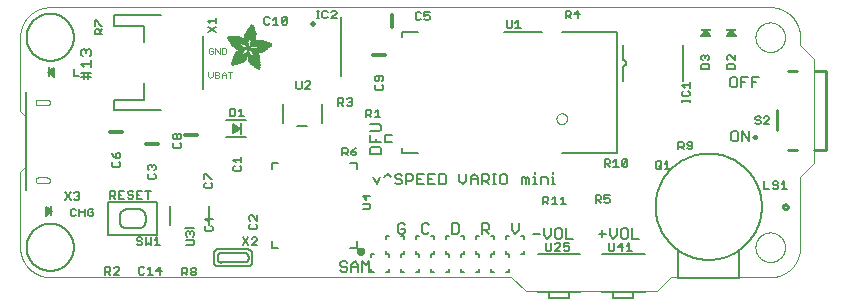
<source format=gto>
G75*
%MOIN*%
%OFA0B0*%
%FSLAX25Y25*%
%IPPOS*%
%LPD*%
%AMOC8*
5,1,8,0,0,1.08239X$1,22.5*
%
%ADD10C,0.00000*%
%ADD11C,0.00500*%
%ADD12C,0.00600*%
%ADD13C,0.00300*%
%ADD14C,0.00800*%
%ADD15C,0.01200*%
%ADD16R,0.00750X0.03500*%
%ADD17R,0.00787X0.03937*%
%ADD18R,0.00200X0.00025*%
%ADD19R,0.00325X0.00025*%
%ADD20R,0.00475X0.00025*%
%ADD21R,0.00550X0.00025*%
%ADD22R,0.00625X0.00025*%
%ADD23R,0.00700X0.00025*%
%ADD24R,0.00775X0.00025*%
%ADD25R,0.00850X0.00025*%
%ADD26R,0.00900X0.00025*%
%ADD27R,0.00950X0.00025*%
%ADD28R,0.01000X0.00025*%
%ADD29R,0.01050X0.00025*%
%ADD30R,0.01100X0.00025*%
%ADD31R,0.01125X0.00025*%
%ADD32R,0.01175X0.00025*%
%ADD33R,0.01225X0.00025*%
%ADD34R,0.01250X0.00025*%
%ADD35R,0.01300X0.00025*%
%ADD36R,0.01325X0.00025*%
%ADD37R,0.01375X0.00025*%
%ADD38R,0.01425X0.00025*%
%ADD39R,0.01450X0.00025*%
%ADD40R,0.01500X0.00025*%
%ADD41R,0.01525X0.00025*%
%ADD42R,0.01550X0.00025*%
%ADD43R,0.01600X0.00025*%
%ADD44R,0.01625X0.00025*%
%ADD45R,0.01650X0.00025*%
%ADD46R,0.01700X0.00025*%
%ADD47R,0.01725X0.00025*%
%ADD48R,0.01775X0.00025*%
%ADD49R,0.01800X0.00025*%
%ADD50R,0.01825X0.00025*%
%ADD51R,0.01875X0.00025*%
%ADD52R,0.01900X0.00025*%
%ADD53R,0.01925X0.00025*%
%ADD54R,0.01975X0.00025*%
%ADD55R,0.02000X0.00025*%
%ADD56R,0.02025X0.00025*%
%ADD57R,0.02075X0.00025*%
%ADD58R,0.02100X0.00025*%
%ADD59R,0.02150X0.00025*%
%ADD60R,0.02175X0.00025*%
%ADD61R,0.02200X0.00025*%
%ADD62R,0.02250X0.00025*%
%ADD63R,0.02275X0.00025*%
%ADD64R,0.02300X0.00025*%
%ADD65R,0.02350X0.00025*%
%ADD66R,0.02375X0.00025*%
%ADD67R,0.02400X0.00025*%
%ADD68R,0.02450X0.00025*%
%ADD69R,0.02475X0.00025*%
%ADD70R,0.02525X0.00025*%
%ADD71R,0.02550X0.00025*%
%ADD72R,0.00250X0.00025*%
%ADD73R,0.02575X0.00025*%
%ADD74R,0.00400X0.00025*%
%ADD75R,0.02625X0.00025*%
%ADD76R,0.00550X0.00025*%
%ADD77R,0.02650X0.00025*%
%ADD78R,0.00650X0.00025*%
%ADD79R,0.02675X0.00025*%
%ADD80R,0.00775X0.00025*%
%ADD81R,0.02725X0.00025*%
%ADD82R,0.00875X0.00025*%
%ADD83R,0.02750X0.00025*%
%ADD84R,0.00975X0.00025*%
%ADD85R,0.02775X0.00025*%
%ADD86R,0.01100X0.00025*%
%ADD87R,0.02825X0.00025*%
%ADD88R,0.01175X0.00025*%
%ADD89R,0.02850X0.00025*%
%ADD90R,0.02900X0.00025*%
%ADD91R,0.01350X0.00025*%
%ADD92R,0.02925X0.00025*%
%ADD93R,0.01475X0.00025*%
%ADD94R,0.02950X0.00025*%
%ADD95R,0.03000X0.00025*%
%ADD96R,0.01625X0.00025*%
%ADD97R,0.03025X0.00025*%
%ADD98R,0.01725X0.00025*%
%ADD99R,0.03050X0.00025*%
%ADD100R,0.01825X0.00025*%
%ADD101R,0.03100X0.00025*%
%ADD102R,0.03125X0.00025*%
%ADD103R,0.01950X0.00025*%
%ADD104R,0.03150X0.00025*%
%ADD105R,0.02050X0.00025*%
%ADD106R,0.03200X0.00025*%
%ADD107R,0.02100X0.00025*%
%ADD108R,0.03225X0.00025*%
%ADD109R,0.02200X0.00025*%
%ADD110R,0.03250X0.00025*%
%ADD111R,0.02275X0.00025*%
%ADD112R,0.03275X0.00025*%
%ADD113R,0.02350X0.00025*%
%ADD114R,0.03325X0.00025*%
%ADD115R,0.02425X0.00025*%
%ADD116R,0.03350X0.00025*%
%ADD117R,0.02500X0.00025*%
%ADD118R,0.03375X0.00025*%
%ADD119R,0.02575X0.00025*%
%ADD120R,0.03400X0.00025*%
%ADD121R,0.02625X0.00025*%
%ADD122R,0.03425X0.00025*%
%ADD123R,0.02700X0.00025*%
%ADD124R,0.03450X0.00025*%
%ADD125R,0.03475X0.00025*%
%ADD126R,0.02850X0.00025*%
%ADD127R,0.03500X0.00025*%
%ADD128R,0.03525X0.00025*%
%ADD129R,0.02975X0.00025*%
%ADD130R,0.03550X0.00025*%
%ADD131R,0.03575X0.00025*%
%ADD132R,0.03125X0.00025*%
%ADD133R,0.03600X0.00025*%
%ADD134R,0.03175X0.00025*%
%ADD135R,0.03625X0.00025*%
%ADD136R,0.03250X0.00025*%
%ADD137R,0.03650X0.00025*%
%ADD138R,0.03675X0.00025*%
%ADD139R,0.03375X0.00025*%
%ADD140R,0.03700X0.00025*%
%ADD141R,0.03425X0.00025*%
%ADD142R,0.03700X0.00025*%
%ADD143R,0.03725X0.00025*%
%ADD144R,0.03750X0.00025*%
%ADD145R,0.03575X0.00025*%
%ADD146R,0.03775X0.00025*%
%ADD147R,0.03800X0.00025*%
%ADD148R,0.03800X0.00025*%
%ADD149R,0.03825X0.00025*%
%ADD150R,0.03750X0.00025*%
%ADD151R,0.03850X0.00025*%
%ADD152R,0.03775X0.00025*%
%ADD153R,0.03875X0.00025*%
%ADD154R,0.03825X0.00025*%
%ADD155R,0.03875X0.00025*%
%ADD156R,0.03900X0.00025*%
%ADD157R,0.03875X0.00025*%
%ADD158R,0.03925X0.00025*%
%ADD159R,0.03925X0.00025*%
%ADD160R,0.03925X0.00025*%
%ADD161R,0.03950X0.00025*%
%ADD162R,0.04000X0.00025*%
%ADD163R,0.03975X0.00025*%
%ADD164R,0.04000X0.00025*%
%ADD165R,0.03975X0.00025*%
%ADD166R,0.04025X0.00025*%
%ADD167R,0.04050X0.00025*%
%ADD168R,0.04075X0.00025*%
%ADD169R,0.04125X0.00025*%
%ADD170R,0.04150X0.00025*%
%ADD171R,0.04050X0.00025*%
%ADD172R,0.04150X0.00025*%
%ADD173R,0.04075X0.00025*%
%ADD174R,0.04175X0.00025*%
%ADD175R,0.04075X0.00025*%
%ADD176R,0.04175X0.00025*%
%ADD177R,0.04100X0.00025*%
%ADD178R,0.04200X0.00025*%
%ADD179R,0.04100X0.00025*%
%ADD180R,0.04250X0.00025*%
%ADD181R,0.04125X0.00025*%
%ADD182R,0.04275X0.00025*%
%ADD183R,0.04125X0.00025*%
%ADD184R,0.04275X0.00025*%
%ADD185R,0.04300X0.00025*%
%ADD186R,0.04275X0.00025*%
%ADD187R,0.04325X0.00025*%
%ADD188R,0.04325X0.00025*%
%ADD189R,0.04175X0.00025*%
%ADD190R,0.04350X0.00025*%
%ADD191R,0.04350X0.00025*%
%ADD192R,0.04200X0.00025*%
%ADD193R,0.04375X0.00025*%
%ADD194R,0.04400X0.00025*%
%ADD195R,0.04400X0.00025*%
%ADD196R,0.04225X0.00025*%
%ADD197R,0.04225X0.00025*%
%ADD198R,0.04425X0.00025*%
%ADD199R,0.04250X0.00025*%
%ADD200R,0.04425X0.00025*%
%ADD201R,0.04450X0.00025*%
%ADD202R,0.04450X0.00025*%
%ADD203R,0.04475X0.00025*%
%ADD204R,0.04475X0.00025*%
%ADD205R,0.04275X0.00025*%
%ADD206R,0.04475X0.00025*%
%ADD207R,0.04475X0.00025*%
%ADD208R,0.04500X0.00025*%
%ADD209R,0.04500X0.00025*%
%ADD210R,0.04525X0.00025*%
%ADD211R,0.04525X0.00025*%
%ADD212R,0.04525X0.00025*%
%ADD213R,0.04525X0.00025*%
%ADD214R,0.04550X0.00025*%
%ADD215R,0.04550X0.00025*%
%ADD216R,0.04175X0.00025*%
%ADD217R,0.08650X0.00025*%
%ADD218R,0.08650X0.00025*%
%ADD219R,0.08600X0.00025*%
%ADD220R,0.08600X0.00025*%
%ADD221R,0.08550X0.00025*%
%ADD222R,0.08550X0.00025*%
%ADD223R,0.06025X0.00025*%
%ADD224R,0.05925X0.00025*%
%ADD225R,0.05875X0.00025*%
%ADD226R,0.05850X0.00025*%
%ADD227R,0.02225X0.00025*%
%ADD228R,0.05800X0.00025*%
%ADD229R,0.02225X0.00025*%
%ADD230R,0.05750X0.00025*%
%ADD231R,0.05725X0.00025*%
%ADD232R,0.02175X0.00025*%
%ADD233R,0.05675X0.00025*%
%ADD234R,0.02150X0.00025*%
%ADD235R,0.05650X0.00025*%
%ADD236R,0.02125X0.00025*%
%ADD237R,0.05625X0.00025*%
%ADD238R,0.05600X0.00025*%
%ADD239R,0.05550X0.00025*%
%ADD240R,0.02075X0.00025*%
%ADD241R,0.05525X0.00025*%
%ADD242R,0.02075X0.00025*%
%ADD243R,0.05475X0.00025*%
%ADD244R,0.05450X0.00025*%
%ADD245R,0.02050X0.00025*%
%ADD246R,0.05450X0.00025*%
%ADD247R,0.02025X0.00025*%
%ADD248R,0.05400X0.00025*%
%ADD249R,0.05375X0.00025*%
%ADD250R,0.02000X0.00025*%
%ADD251R,0.05325X0.00025*%
%ADD252R,0.01975X0.00025*%
%ADD253R,0.02800X0.00025*%
%ADD254R,0.02375X0.00025*%
%ADD255R,0.01975X0.00025*%
%ADD256R,0.02725X0.00025*%
%ADD257R,0.02250X0.00025*%
%ADD258R,0.02675X0.00025*%
%ADD259R,0.01950X0.00025*%
%ADD260R,0.02650X0.00025*%
%ADD261R,0.02625X0.00025*%
%ADD262R,0.01925X0.00025*%
%ADD263R,0.02600X0.00025*%
%ADD264R,0.01900X0.00025*%
%ADD265R,0.01875X0.00025*%
%ADD266R,0.02575X0.00025*%
%ADD267R,0.01850X0.00025*%
%ADD268R,0.01875X0.00025*%
%ADD269R,0.02550X0.00025*%
%ADD270R,0.01800X0.00025*%
%ADD271R,0.01850X0.00025*%
%ADD272R,0.02525X0.00025*%
%ADD273R,0.01750X0.00025*%
%ADD274R,0.01825X0.00025*%
%ADD275R,0.02500X0.00025*%
%ADD276R,0.01825X0.00025*%
%ADD277R,0.01550X0.00025*%
%ADD278R,0.01775X0.00025*%
%ADD279R,0.02475X0.00025*%
%ADD280R,0.01525X0.00025*%
%ADD281R,0.01775X0.00025*%
%ADD282R,0.02475X0.00025*%
%ADD283R,0.01475X0.00025*%
%ADD284R,0.01450X0.00025*%
%ADD285R,0.01725X0.00025*%
%ADD286R,0.02450X0.00025*%
%ADD287R,0.01400X0.00025*%
%ADD288R,0.01700X0.00025*%
%ADD289R,0.01375X0.00025*%
%ADD290R,0.01675X0.00025*%
%ADD291R,0.02425X0.00025*%
%ADD292R,0.01300X0.00025*%
%ADD293R,0.01650X0.00025*%
%ADD294R,0.02425X0.00025*%
%ADD295R,0.01225X0.00025*%
%ADD296R,0.01600X0.00025*%
%ADD297R,0.02425X0.00025*%
%ADD298R,0.01200X0.00025*%
%ADD299R,0.00625X0.00025*%
%ADD300R,0.02400X0.00025*%
%ADD301R,0.01150X0.00025*%
%ADD302R,0.00925X0.00025*%
%ADD303R,0.01525X0.00025*%
%ADD304R,0.01150X0.00025*%
%ADD305R,0.01325X0.00025*%
%ADD306R,0.01025X0.00025*%
%ADD307R,0.02375X0.00025*%
%ADD308R,0.01025X0.00025*%
%ADD309R,0.01425X0.00025*%
%ADD310R,0.01775X0.00025*%
%ADD311R,0.01400X0.00025*%
%ADD312R,0.01350X0.00025*%
%ADD313R,0.02025X0.00025*%
%ADD314R,0.00925X0.00025*%
%ADD315R,0.02125X0.00025*%
%ADD316R,0.02375X0.00025*%
%ADD317R,0.00925X0.00025*%
%ADD318R,0.03625X0.00025*%
%ADD319R,0.03775X0.00025*%
%ADD320R,0.00850X0.00025*%
%ADD321R,0.00825X0.00025*%
%ADD322R,0.00800X0.00025*%
%ADD323R,0.03950X0.00025*%
%ADD324R,0.00800X0.00025*%
%ADD325R,0.00775X0.00025*%
%ADD326R,0.00750X0.00025*%
%ADD327R,0.00750X0.00025*%
%ADD328R,0.00725X0.00025*%
%ADD329R,0.02325X0.00025*%
%ADD330R,0.00725X0.00025*%
%ADD331R,0.02325X0.00025*%
%ADD332R,0.00700X0.00025*%
%ADD333R,0.02300X0.00025*%
%ADD334R,0.04600X0.00025*%
%ADD335R,0.00675X0.00025*%
%ADD336R,0.04675X0.00025*%
%ADD337R,0.04725X0.00025*%
%ADD338R,0.02275X0.00025*%
%ADD339R,0.04775X0.00025*%
%ADD340R,0.04850X0.00025*%
%ADD341R,0.04925X0.00025*%
%ADD342R,0.02225X0.00025*%
%ADD343R,0.00725X0.00025*%
%ADD344R,0.04975X0.00025*%
%ADD345R,0.02225X0.00025*%
%ADD346R,0.05075X0.00025*%
%ADD347R,0.05175X0.00025*%
%ADD348R,0.02175X0.00025*%
%ADD349R,0.06175X0.00025*%
%ADD350R,0.02175X0.00025*%
%ADD351R,0.06225X0.00025*%
%ADD352R,0.06275X0.00025*%
%ADD353R,0.06325X0.00025*%
%ADD354R,0.06375X0.00025*%
%ADD355R,0.02025X0.00025*%
%ADD356R,0.06450X0.00025*%
%ADD357R,0.06525X0.00025*%
%ADD358R,0.08700X0.00025*%
%ADD359R,0.09550X0.00025*%
%ADD360R,0.09725X0.00025*%
%ADD361R,0.09850X0.00025*%
%ADD362R,0.09975X0.00025*%
%ADD363R,0.10075X0.00025*%
%ADD364R,0.10175X0.00025*%
%ADD365R,0.10275X0.00025*%
%ADD366R,0.10350X0.00025*%
%ADD367R,0.10475X0.00025*%
%ADD368R,0.10525X0.00025*%
%ADD369R,0.05600X0.00025*%
%ADD370R,0.04725X0.00025*%
%ADD371R,0.05375X0.00025*%
%ADD372R,0.05375X0.00025*%
%ADD373R,0.05325X0.00025*%
%ADD374R,0.04325X0.00025*%
%ADD375R,0.05350X0.00025*%
%ADD376R,0.05325X0.00025*%
%ADD377R,0.05350X0.00025*%
%ADD378R,0.05400X0.00025*%
%ADD379R,0.05425X0.00025*%
%ADD380R,0.05500X0.00025*%
%ADD381R,0.05525X0.00025*%
%ADD382R,0.03600X0.00025*%
%ADD383R,0.03450X0.00025*%
%ADD384R,0.01475X0.00025*%
%ADD385R,0.04225X0.00025*%
%ADD386R,0.01475X0.00025*%
%ADD387R,0.03325X0.00025*%
%ADD388R,0.03325X0.00025*%
%ADD389R,0.03275X0.00025*%
%ADD390R,0.04300X0.00025*%
%ADD391R,0.01575X0.00025*%
%ADD392R,0.03225X0.00025*%
%ADD393R,0.04375X0.00025*%
%ADD394R,0.03200X0.00025*%
%ADD395R,0.03150X0.00025*%
%ADD396R,0.01875X0.00025*%
%ADD397R,0.04650X0.00025*%
%ADD398R,0.01975X0.00025*%
%ADD399R,0.04700X0.00025*%
%ADD400R,0.03075X0.00025*%
%ADD401R,0.04875X0.00025*%
%ADD402R,0.03075X0.00025*%
%ADD403R,0.04950X0.00025*%
%ADD404R,0.05100X0.00025*%
%ADD405R,0.05250X0.00025*%
%ADD406R,0.03050X0.00025*%
%ADD407R,0.07350X0.00025*%
%ADD408R,0.00825X0.00025*%
%ADD409R,0.07350X0.00025*%
%ADD410R,0.03025X0.00025*%
%ADD411R,0.00825X0.00025*%
%ADD412R,0.07325X0.00025*%
%ADD413R,0.03000X0.00025*%
%ADD414R,0.03025X0.00025*%
%ADD415R,0.07325X0.00025*%
%ADD416R,0.07325X0.00025*%
%ADD417R,0.00875X0.00025*%
%ADD418R,0.07300X0.00025*%
%ADD419R,0.00925X0.00025*%
%ADD420R,0.07300X0.00025*%
%ADD421R,0.03025X0.00025*%
%ADD422R,0.01025X0.00025*%
%ADD423R,0.07275X0.00025*%
%ADD424R,0.01050X0.00025*%
%ADD425R,0.07275X0.00025*%
%ADD426R,0.01075X0.00025*%
%ADD427R,0.07250X0.00025*%
%ADD428R,0.01125X0.00025*%
%ADD429R,0.07250X0.00025*%
%ADD430R,0.01175X0.00025*%
%ADD431R,0.07225X0.00025*%
%ADD432R,0.03075X0.00025*%
%ADD433R,0.01200X0.00025*%
%ADD434R,0.07225X0.00025*%
%ADD435R,0.01250X0.00025*%
%ADD436R,0.07200X0.00025*%
%ADD437R,0.03100X0.00025*%
%ADD438R,0.01275X0.00025*%
%ADD439R,0.07200X0.00025*%
%ADD440R,0.03125X0.00025*%
%ADD441R,0.07175X0.00025*%
%ADD442R,0.03175X0.00025*%
%ADD443R,0.07175X0.00025*%
%ADD444R,0.07150X0.00025*%
%ADD445R,0.03225X0.00025*%
%ADD446R,0.01525X0.00025*%
%ADD447R,0.07150X0.00025*%
%ADD448R,0.07125X0.00025*%
%ADD449R,0.07100X0.00025*%
%ADD450R,0.07075X0.00025*%
%ADD451R,0.03550X0.00025*%
%ADD452R,0.07075X0.00025*%
%ADD453R,0.05675X0.00025*%
%ADD454R,0.07050X0.00025*%
%ADD455R,0.05700X0.00025*%
%ADD456R,0.07025X0.00025*%
%ADD457R,0.05700X0.00025*%
%ADD458R,0.07025X0.00025*%
%ADD459R,0.05725X0.00025*%
%ADD460R,0.06975X0.00025*%
%ADD461R,0.05750X0.00025*%
%ADD462R,0.06925X0.00025*%
%ADD463R,0.05775X0.00025*%
%ADD464R,0.06900X0.00025*%
%ADD465R,0.05775X0.00025*%
%ADD466R,0.06850X0.00025*%
%ADD467R,0.05800X0.00025*%
%ADD468R,0.06800X0.00025*%
%ADD469R,0.05825X0.00025*%
%ADD470R,0.06750X0.00025*%
%ADD471R,0.06675X0.00025*%
%ADD472R,0.05850X0.00025*%
%ADD473R,0.06625X0.00025*%
%ADD474R,0.05875X0.00025*%
%ADD475R,0.06550X0.00025*%
%ADD476R,0.05900X0.00025*%
%ADD477R,0.06475X0.00025*%
%ADD478R,0.05900X0.00025*%
%ADD479R,0.06375X0.00025*%
%ADD480R,0.05950X0.00025*%
%ADD481R,0.06300X0.00025*%
%ADD482R,0.05975X0.00025*%
%ADD483R,0.06200X0.00025*%
%ADD484R,0.06000X0.00025*%
%ADD485R,0.06125X0.00025*%
%ADD486R,0.06000X0.00025*%
%ADD487R,0.06050X0.00025*%
%ADD488R,0.06025X0.00025*%
%ADD489R,0.05975X0.00025*%
%ADD490R,0.05875X0.00025*%
%ADD491R,0.06100X0.00025*%
%ADD492R,0.05825X0.00025*%
%ADD493R,0.06100X0.00025*%
%ADD494R,0.06125X0.00025*%
%ADD495R,0.06150X0.00025*%
%ADD496R,0.01275X0.00025*%
%ADD497R,0.06175X0.00025*%
%ADD498R,0.01325X0.00025*%
%ADD499R,0.06250X0.00025*%
%ADD500R,0.03825X0.00025*%
%ADD501R,0.01375X0.00025*%
%ADD502R,0.06300X0.00025*%
%ADD503R,0.03625X0.00025*%
%ADD504R,0.03475X0.00025*%
%ADD505R,0.06350X0.00025*%
%ADD506R,0.01425X0.00025*%
%ADD507R,0.06400X0.00025*%
%ADD508R,0.06400X0.00025*%
%ADD509R,0.06475X0.00025*%
%ADD510R,0.02900X0.00025*%
%ADD511R,0.02825X0.00025*%
%ADD512R,0.06525X0.00025*%
%ADD513R,0.02675X0.00025*%
%ADD514R,0.06550X0.00025*%
%ADD515R,0.01575X0.00025*%
%ADD516R,0.06600X0.00025*%
%ADD517R,0.06600X0.00025*%
%ADD518R,0.01675X0.00025*%
%ADD519R,0.05325X0.00025*%
%ADD520R,0.01750X0.00025*%
%ADD521R,0.01425X0.00025*%
%ADD522R,0.00350X0.00025*%
%ADD523R,0.03975X0.00025*%
%ADD524R,0.03975X0.00025*%
%ADD525R,0.04025X0.00025*%
%ADD526R,0.05300X0.00025*%
%ADD527R,0.05300X0.00025*%
%ADD528R,0.05275X0.00025*%
%ADD529R,0.04075X0.00025*%
%ADD530R,0.05275X0.00025*%
%ADD531R,0.05250X0.00025*%
%ADD532R,0.05225X0.00025*%
%ADD533R,0.05200X0.00025*%
%ADD534R,0.05175X0.00025*%
%ADD535R,0.05175X0.00025*%
%ADD536R,0.05125X0.00025*%
%ADD537R,0.05100X0.00025*%
%ADD538R,0.05075X0.00025*%
%ADD539R,0.05025X0.00025*%
%ADD540R,0.04925X0.00025*%
%ADD541R,0.04900X0.00025*%
%ADD542R,0.04850X0.00025*%
%ADD543R,0.04775X0.00025*%
%ADD544R,0.04725X0.00025*%
%ADD545R,0.04675X0.00025*%
%ADD546R,0.04600X0.00025*%
%ADD547R,0.04125X0.00025*%
%ADD548R,0.03850X0.00025*%
%ADD549R,0.03725X0.00025*%
%ADD550R,0.03675X0.00025*%
%ADD551R,0.03525X0.00025*%
%ADD552R,0.03475X0.00025*%
%ADD553R,0.03400X0.00025*%
%ADD554R,0.03375X0.00025*%
%ADD555R,0.03350X0.00025*%
%ADD556R,0.03300X0.00025*%
%ADD557R,0.03175X0.00025*%
%ADD558R,0.02825X0.00025*%
%ADD559R,0.02800X0.00025*%
%ADD560R,0.02525X0.00025*%
%ADD561R,0.02525X0.00025*%
%ADD562R,0.02475X0.00025*%
%ADD563R,0.02325X0.00025*%
%ADD564R,0.02125X0.00025*%
%ADD565R,0.01125X0.00025*%
%ADD566R,0.00875X0.00025*%
%ADD567R,0.00675X0.00025*%
%ADD568R,0.00600X0.00025*%
%ADD569R,0.00525X0.00025*%
%ADD570C,0.01600*%
%ADD571R,0.03500X0.00750*%
%ADD572C,0.00787*%
%ADD573C,0.01969*%
%ADD574C,0.01000*%
D10*
X0031728Y0107122D02*
X0185477Y0107122D01*
X0190201Y0102398D01*
X0233925Y0102398D01*
X0238649Y0107122D01*
X0271728Y0107122D01*
X0266807Y0117122D02*
X0266809Y0117262D01*
X0266815Y0117402D01*
X0266825Y0117541D01*
X0266839Y0117680D01*
X0266857Y0117819D01*
X0266878Y0117957D01*
X0266904Y0118095D01*
X0266934Y0118232D01*
X0266967Y0118367D01*
X0267005Y0118502D01*
X0267046Y0118636D01*
X0267091Y0118769D01*
X0267139Y0118900D01*
X0267192Y0119029D01*
X0267248Y0119158D01*
X0267307Y0119284D01*
X0267371Y0119409D01*
X0267437Y0119532D01*
X0267508Y0119653D01*
X0267581Y0119772D01*
X0267658Y0119889D01*
X0267739Y0120003D01*
X0267822Y0120115D01*
X0267909Y0120225D01*
X0267999Y0120333D01*
X0268091Y0120437D01*
X0268187Y0120539D01*
X0268286Y0120639D01*
X0268387Y0120735D01*
X0268491Y0120829D01*
X0268598Y0120919D01*
X0268707Y0121006D01*
X0268819Y0121091D01*
X0268933Y0121172D01*
X0269049Y0121250D01*
X0269167Y0121324D01*
X0269288Y0121395D01*
X0269410Y0121463D01*
X0269535Y0121527D01*
X0269661Y0121588D01*
X0269788Y0121645D01*
X0269918Y0121698D01*
X0270049Y0121748D01*
X0270181Y0121793D01*
X0270314Y0121836D01*
X0270449Y0121874D01*
X0270584Y0121908D01*
X0270721Y0121939D01*
X0270858Y0121966D01*
X0270996Y0121988D01*
X0271135Y0122007D01*
X0271274Y0122022D01*
X0271413Y0122033D01*
X0271553Y0122040D01*
X0271693Y0122043D01*
X0271833Y0122042D01*
X0271973Y0122037D01*
X0272112Y0122028D01*
X0272252Y0122015D01*
X0272391Y0121998D01*
X0272529Y0121977D01*
X0272667Y0121953D01*
X0272804Y0121924D01*
X0272940Y0121892D01*
X0273075Y0121855D01*
X0273209Y0121815D01*
X0273342Y0121771D01*
X0273473Y0121723D01*
X0273603Y0121672D01*
X0273732Y0121617D01*
X0273859Y0121558D01*
X0273984Y0121495D01*
X0274107Y0121430D01*
X0274229Y0121360D01*
X0274348Y0121287D01*
X0274466Y0121211D01*
X0274581Y0121132D01*
X0274694Y0121049D01*
X0274804Y0120963D01*
X0274912Y0120874D01*
X0275017Y0120782D01*
X0275120Y0120687D01*
X0275220Y0120589D01*
X0275317Y0120489D01*
X0275411Y0120385D01*
X0275503Y0120279D01*
X0275591Y0120171D01*
X0275676Y0120060D01*
X0275758Y0119946D01*
X0275837Y0119830D01*
X0275912Y0119713D01*
X0275984Y0119593D01*
X0276052Y0119471D01*
X0276117Y0119347D01*
X0276179Y0119221D01*
X0276237Y0119094D01*
X0276291Y0118965D01*
X0276342Y0118834D01*
X0276388Y0118702D01*
X0276431Y0118569D01*
X0276471Y0118435D01*
X0276506Y0118300D01*
X0276538Y0118163D01*
X0276565Y0118026D01*
X0276589Y0117888D01*
X0276609Y0117750D01*
X0276625Y0117611D01*
X0276637Y0117471D01*
X0276645Y0117332D01*
X0276649Y0117192D01*
X0276649Y0117052D01*
X0276645Y0116912D01*
X0276637Y0116773D01*
X0276625Y0116633D01*
X0276609Y0116494D01*
X0276589Y0116356D01*
X0276565Y0116218D01*
X0276538Y0116081D01*
X0276506Y0115944D01*
X0276471Y0115809D01*
X0276431Y0115675D01*
X0276388Y0115542D01*
X0276342Y0115410D01*
X0276291Y0115279D01*
X0276237Y0115150D01*
X0276179Y0115023D01*
X0276117Y0114897D01*
X0276052Y0114773D01*
X0275984Y0114651D01*
X0275912Y0114531D01*
X0275837Y0114414D01*
X0275758Y0114298D01*
X0275676Y0114184D01*
X0275591Y0114073D01*
X0275503Y0113965D01*
X0275411Y0113859D01*
X0275317Y0113755D01*
X0275220Y0113655D01*
X0275120Y0113557D01*
X0275017Y0113462D01*
X0274912Y0113370D01*
X0274804Y0113281D01*
X0274694Y0113195D01*
X0274581Y0113112D01*
X0274466Y0113033D01*
X0274348Y0112957D01*
X0274229Y0112884D01*
X0274107Y0112814D01*
X0273984Y0112749D01*
X0273859Y0112686D01*
X0273732Y0112627D01*
X0273603Y0112572D01*
X0273473Y0112521D01*
X0273342Y0112473D01*
X0273209Y0112429D01*
X0273075Y0112389D01*
X0272940Y0112352D01*
X0272804Y0112320D01*
X0272667Y0112291D01*
X0272529Y0112267D01*
X0272391Y0112246D01*
X0272252Y0112229D01*
X0272112Y0112216D01*
X0271973Y0112207D01*
X0271833Y0112202D01*
X0271693Y0112201D01*
X0271553Y0112204D01*
X0271413Y0112211D01*
X0271274Y0112222D01*
X0271135Y0112237D01*
X0270996Y0112256D01*
X0270858Y0112278D01*
X0270721Y0112305D01*
X0270584Y0112336D01*
X0270449Y0112370D01*
X0270314Y0112408D01*
X0270181Y0112451D01*
X0270049Y0112496D01*
X0269918Y0112546D01*
X0269788Y0112599D01*
X0269661Y0112656D01*
X0269535Y0112717D01*
X0269410Y0112781D01*
X0269288Y0112849D01*
X0269167Y0112920D01*
X0269049Y0112994D01*
X0268933Y0113072D01*
X0268819Y0113153D01*
X0268707Y0113238D01*
X0268598Y0113325D01*
X0268491Y0113415D01*
X0268387Y0113509D01*
X0268286Y0113605D01*
X0268187Y0113705D01*
X0268091Y0113807D01*
X0267999Y0113911D01*
X0267909Y0114019D01*
X0267822Y0114129D01*
X0267739Y0114241D01*
X0267658Y0114355D01*
X0267581Y0114472D01*
X0267508Y0114591D01*
X0267437Y0114712D01*
X0267371Y0114835D01*
X0267307Y0114960D01*
X0267248Y0115086D01*
X0267192Y0115215D01*
X0267139Y0115344D01*
X0267091Y0115475D01*
X0267046Y0115608D01*
X0267005Y0115742D01*
X0266967Y0115877D01*
X0266934Y0116012D01*
X0266904Y0116149D01*
X0266878Y0116287D01*
X0266857Y0116425D01*
X0266839Y0116564D01*
X0266825Y0116703D01*
X0266815Y0116842D01*
X0266809Y0116982D01*
X0266807Y0117122D01*
X0271728Y0107122D02*
X0271970Y0107125D01*
X0272211Y0107134D01*
X0272452Y0107148D01*
X0272693Y0107169D01*
X0272933Y0107195D01*
X0273173Y0107227D01*
X0273412Y0107265D01*
X0273649Y0107308D01*
X0273886Y0107358D01*
X0274121Y0107413D01*
X0274355Y0107473D01*
X0274587Y0107540D01*
X0274818Y0107611D01*
X0275047Y0107689D01*
X0275274Y0107772D01*
X0275499Y0107860D01*
X0275722Y0107954D01*
X0275942Y0108053D01*
X0276160Y0108158D01*
X0276375Y0108267D01*
X0276588Y0108382D01*
X0276798Y0108502D01*
X0277004Y0108627D01*
X0277208Y0108757D01*
X0277409Y0108892D01*
X0277606Y0109032D01*
X0277800Y0109176D01*
X0277990Y0109325D01*
X0278176Y0109479D01*
X0278359Y0109637D01*
X0278538Y0109799D01*
X0278713Y0109966D01*
X0278884Y0110137D01*
X0279051Y0110312D01*
X0279213Y0110491D01*
X0279371Y0110674D01*
X0279525Y0110860D01*
X0279674Y0111050D01*
X0279818Y0111244D01*
X0279958Y0111441D01*
X0280093Y0111642D01*
X0280223Y0111846D01*
X0280348Y0112052D01*
X0280468Y0112262D01*
X0280583Y0112475D01*
X0280692Y0112690D01*
X0280797Y0112908D01*
X0280896Y0113128D01*
X0280990Y0113351D01*
X0281078Y0113576D01*
X0281161Y0113803D01*
X0281239Y0114032D01*
X0281310Y0114263D01*
X0281377Y0114495D01*
X0281437Y0114729D01*
X0281492Y0114964D01*
X0281542Y0115201D01*
X0281585Y0115438D01*
X0281623Y0115677D01*
X0281655Y0115917D01*
X0281681Y0116157D01*
X0281702Y0116398D01*
X0281716Y0116639D01*
X0281725Y0116880D01*
X0281728Y0117122D01*
X0281728Y0140587D01*
X0286453Y0145311D01*
X0286453Y0179957D01*
X0281728Y0184681D01*
X0281728Y0187122D01*
X0266807Y0187122D02*
X0266809Y0187262D01*
X0266815Y0187402D01*
X0266825Y0187541D01*
X0266839Y0187680D01*
X0266857Y0187819D01*
X0266878Y0187957D01*
X0266904Y0188095D01*
X0266934Y0188232D01*
X0266967Y0188367D01*
X0267005Y0188502D01*
X0267046Y0188636D01*
X0267091Y0188769D01*
X0267139Y0188900D01*
X0267192Y0189029D01*
X0267248Y0189158D01*
X0267307Y0189284D01*
X0267371Y0189409D01*
X0267437Y0189532D01*
X0267508Y0189653D01*
X0267581Y0189772D01*
X0267658Y0189889D01*
X0267739Y0190003D01*
X0267822Y0190115D01*
X0267909Y0190225D01*
X0267999Y0190333D01*
X0268091Y0190437D01*
X0268187Y0190539D01*
X0268286Y0190639D01*
X0268387Y0190735D01*
X0268491Y0190829D01*
X0268598Y0190919D01*
X0268707Y0191006D01*
X0268819Y0191091D01*
X0268933Y0191172D01*
X0269049Y0191250D01*
X0269167Y0191324D01*
X0269288Y0191395D01*
X0269410Y0191463D01*
X0269535Y0191527D01*
X0269661Y0191588D01*
X0269788Y0191645D01*
X0269918Y0191698D01*
X0270049Y0191748D01*
X0270181Y0191793D01*
X0270314Y0191836D01*
X0270449Y0191874D01*
X0270584Y0191908D01*
X0270721Y0191939D01*
X0270858Y0191966D01*
X0270996Y0191988D01*
X0271135Y0192007D01*
X0271274Y0192022D01*
X0271413Y0192033D01*
X0271553Y0192040D01*
X0271693Y0192043D01*
X0271833Y0192042D01*
X0271973Y0192037D01*
X0272112Y0192028D01*
X0272252Y0192015D01*
X0272391Y0191998D01*
X0272529Y0191977D01*
X0272667Y0191953D01*
X0272804Y0191924D01*
X0272940Y0191892D01*
X0273075Y0191855D01*
X0273209Y0191815D01*
X0273342Y0191771D01*
X0273473Y0191723D01*
X0273603Y0191672D01*
X0273732Y0191617D01*
X0273859Y0191558D01*
X0273984Y0191495D01*
X0274107Y0191430D01*
X0274229Y0191360D01*
X0274348Y0191287D01*
X0274466Y0191211D01*
X0274581Y0191132D01*
X0274694Y0191049D01*
X0274804Y0190963D01*
X0274912Y0190874D01*
X0275017Y0190782D01*
X0275120Y0190687D01*
X0275220Y0190589D01*
X0275317Y0190489D01*
X0275411Y0190385D01*
X0275503Y0190279D01*
X0275591Y0190171D01*
X0275676Y0190060D01*
X0275758Y0189946D01*
X0275837Y0189830D01*
X0275912Y0189713D01*
X0275984Y0189593D01*
X0276052Y0189471D01*
X0276117Y0189347D01*
X0276179Y0189221D01*
X0276237Y0189094D01*
X0276291Y0188965D01*
X0276342Y0188834D01*
X0276388Y0188702D01*
X0276431Y0188569D01*
X0276471Y0188435D01*
X0276506Y0188300D01*
X0276538Y0188163D01*
X0276565Y0188026D01*
X0276589Y0187888D01*
X0276609Y0187750D01*
X0276625Y0187611D01*
X0276637Y0187471D01*
X0276645Y0187332D01*
X0276649Y0187192D01*
X0276649Y0187052D01*
X0276645Y0186912D01*
X0276637Y0186773D01*
X0276625Y0186633D01*
X0276609Y0186494D01*
X0276589Y0186356D01*
X0276565Y0186218D01*
X0276538Y0186081D01*
X0276506Y0185944D01*
X0276471Y0185809D01*
X0276431Y0185675D01*
X0276388Y0185542D01*
X0276342Y0185410D01*
X0276291Y0185279D01*
X0276237Y0185150D01*
X0276179Y0185023D01*
X0276117Y0184897D01*
X0276052Y0184773D01*
X0275984Y0184651D01*
X0275912Y0184531D01*
X0275837Y0184414D01*
X0275758Y0184298D01*
X0275676Y0184184D01*
X0275591Y0184073D01*
X0275503Y0183965D01*
X0275411Y0183859D01*
X0275317Y0183755D01*
X0275220Y0183655D01*
X0275120Y0183557D01*
X0275017Y0183462D01*
X0274912Y0183370D01*
X0274804Y0183281D01*
X0274694Y0183195D01*
X0274581Y0183112D01*
X0274466Y0183033D01*
X0274348Y0182957D01*
X0274229Y0182884D01*
X0274107Y0182814D01*
X0273984Y0182749D01*
X0273859Y0182686D01*
X0273732Y0182627D01*
X0273603Y0182572D01*
X0273473Y0182521D01*
X0273342Y0182473D01*
X0273209Y0182429D01*
X0273075Y0182389D01*
X0272940Y0182352D01*
X0272804Y0182320D01*
X0272667Y0182291D01*
X0272529Y0182267D01*
X0272391Y0182246D01*
X0272252Y0182229D01*
X0272112Y0182216D01*
X0271973Y0182207D01*
X0271833Y0182202D01*
X0271693Y0182201D01*
X0271553Y0182204D01*
X0271413Y0182211D01*
X0271274Y0182222D01*
X0271135Y0182237D01*
X0270996Y0182256D01*
X0270858Y0182278D01*
X0270721Y0182305D01*
X0270584Y0182336D01*
X0270449Y0182370D01*
X0270314Y0182408D01*
X0270181Y0182451D01*
X0270049Y0182496D01*
X0269918Y0182546D01*
X0269788Y0182599D01*
X0269661Y0182656D01*
X0269535Y0182717D01*
X0269410Y0182781D01*
X0269288Y0182849D01*
X0269167Y0182920D01*
X0269049Y0182994D01*
X0268933Y0183072D01*
X0268819Y0183153D01*
X0268707Y0183238D01*
X0268598Y0183325D01*
X0268491Y0183415D01*
X0268387Y0183509D01*
X0268286Y0183605D01*
X0268187Y0183705D01*
X0268091Y0183807D01*
X0267999Y0183911D01*
X0267909Y0184019D01*
X0267822Y0184129D01*
X0267739Y0184241D01*
X0267658Y0184355D01*
X0267581Y0184472D01*
X0267508Y0184591D01*
X0267437Y0184712D01*
X0267371Y0184835D01*
X0267307Y0184960D01*
X0267248Y0185086D01*
X0267192Y0185215D01*
X0267139Y0185344D01*
X0267091Y0185475D01*
X0267046Y0185608D01*
X0267005Y0185742D01*
X0266967Y0185877D01*
X0266934Y0186012D01*
X0266904Y0186149D01*
X0266878Y0186287D01*
X0266857Y0186425D01*
X0266839Y0186564D01*
X0266825Y0186703D01*
X0266815Y0186842D01*
X0266809Y0186982D01*
X0266807Y0187122D01*
X0271728Y0197122D02*
X0271970Y0197119D01*
X0272211Y0197110D01*
X0272452Y0197096D01*
X0272693Y0197075D01*
X0272933Y0197049D01*
X0273173Y0197017D01*
X0273412Y0196979D01*
X0273649Y0196936D01*
X0273886Y0196886D01*
X0274121Y0196831D01*
X0274355Y0196771D01*
X0274587Y0196704D01*
X0274818Y0196633D01*
X0275047Y0196555D01*
X0275274Y0196472D01*
X0275499Y0196384D01*
X0275722Y0196290D01*
X0275942Y0196191D01*
X0276160Y0196086D01*
X0276375Y0195977D01*
X0276588Y0195862D01*
X0276798Y0195742D01*
X0277004Y0195617D01*
X0277208Y0195487D01*
X0277409Y0195352D01*
X0277606Y0195212D01*
X0277800Y0195068D01*
X0277990Y0194919D01*
X0278176Y0194765D01*
X0278359Y0194607D01*
X0278538Y0194445D01*
X0278713Y0194278D01*
X0278884Y0194107D01*
X0279051Y0193932D01*
X0279213Y0193753D01*
X0279371Y0193570D01*
X0279525Y0193384D01*
X0279674Y0193194D01*
X0279818Y0193000D01*
X0279958Y0192803D01*
X0280093Y0192602D01*
X0280223Y0192398D01*
X0280348Y0192192D01*
X0280468Y0191982D01*
X0280583Y0191769D01*
X0280692Y0191554D01*
X0280797Y0191336D01*
X0280896Y0191116D01*
X0280990Y0190893D01*
X0281078Y0190668D01*
X0281161Y0190441D01*
X0281239Y0190212D01*
X0281310Y0189981D01*
X0281377Y0189749D01*
X0281437Y0189515D01*
X0281492Y0189280D01*
X0281542Y0189043D01*
X0281585Y0188806D01*
X0281623Y0188567D01*
X0281655Y0188327D01*
X0281681Y0188087D01*
X0281702Y0187846D01*
X0281716Y0187605D01*
X0281725Y0187364D01*
X0281728Y0187122D01*
X0271728Y0197122D02*
X0031728Y0197122D01*
X0031486Y0197119D01*
X0031245Y0197110D01*
X0031004Y0197096D01*
X0030763Y0197075D01*
X0030523Y0197049D01*
X0030283Y0197017D01*
X0030044Y0196979D01*
X0029807Y0196936D01*
X0029570Y0196886D01*
X0029335Y0196831D01*
X0029101Y0196771D01*
X0028869Y0196704D01*
X0028638Y0196633D01*
X0028409Y0196555D01*
X0028182Y0196472D01*
X0027957Y0196384D01*
X0027734Y0196290D01*
X0027514Y0196191D01*
X0027296Y0196086D01*
X0027081Y0195977D01*
X0026868Y0195862D01*
X0026658Y0195742D01*
X0026452Y0195617D01*
X0026248Y0195487D01*
X0026047Y0195352D01*
X0025850Y0195212D01*
X0025656Y0195068D01*
X0025466Y0194919D01*
X0025280Y0194765D01*
X0025097Y0194607D01*
X0024918Y0194445D01*
X0024743Y0194278D01*
X0024572Y0194107D01*
X0024405Y0193932D01*
X0024243Y0193753D01*
X0024085Y0193570D01*
X0023931Y0193384D01*
X0023782Y0193194D01*
X0023638Y0193000D01*
X0023498Y0192803D01*
X0023363Y0192602D01*
X0023233Y0192398D01*
X0023108Y0192192D01*
X0022988Y0191982D01*
X0022873Y0191769D01*
X0022764Y0191554D01*
X0022659Y0191336D01*
X0022560Y0191116D01*
X0022466Y0190893D01*
X0022378Y0190668D01*
X0022295Y0190441D01*
X0022217Y0190212D01*
X0022146Y0189981D01*
X0022079Y0189749D01*
X0022019Y0189515D01*
X0021964Y0189280D01*
X0021914Y0189043D01*
X0021871Y0188806D01*
X0021833Y0188567D01*
X0021801Y0188327D01*
X0021775Y0188087D01*
X0021754Y0187846D01*
X0021740Y0187605D01*
X0021731Y0187364D01*
X0021728Y0187122D01*
X0021728Y0162622D01*
X0023728Y0160622D01*
X0023728Y0144122D01*
X0021728Y0142122D01*
X0021728Y0117122D01*
X0021731Y0116880D01*
X0021740Y0116639D01*
X0021754Y0116398D01*
X0021775Y0116157D01*
X0021801Y0115917D01*
X0021833Y0115677D01*
X0021871Y0115438D01*
X0021914Y0115201D01*
X0021964Y0114964D01*
X0022019Y0114729D01*
X0022079Y0114495D01*
X0022146Y0114263D01*
X0022217Y0114032D01*
X0022295Y0113803D01*
X0022378Y0113576D01*
X0022466Y0113351D01*
X0022560Y0113128D01*
X0022659Y0112908D01*
X0022764Y0112690D01*
X0022873Y0112475D01*
X0022988Y0112262D01*
X0023108Y0112052D01*
X0023233Y0111846D01*
X0023363Y0111642D01*
X0023498Y0111441D01*
X0023638Y0111244D01*
X0023782Y0111050D01*
X0023931Y0110860D01*
X0024085Y0110674D01*
X0024243Y0110491D01*
X0024405Y0110312D01*
X0024572Y0110137D01*
X0024743Y0109966D01*
X0024918Y0109799D01*
X0025097Y0109637D01*
X0025280Y0109479D01*
X0025466Y0109325D01*
X0025656Y0109176D01*
X0025850Y0109032D01*
X0026047Y0108892D01*
X0026248Y0108757D01*
X0026452Y0108627D01*
X0026658Y0108502D01*
X0026868Y0108382D01*
X0027081Y0108267D01*
X0027296Y0108158D01*
X0027514Y0108053D01*
X0027734Y0107954D01*
X0027957Y0107860D01*
X0028182Y0107772D01*
X0028409Y0107689D01*
X0028638Y0107611D01*
X0028869Y0107540D01*
X0029101Y0107473D01*
X0029335Y0107413D01*
X0029570Y0107358D01*
X0029807Y0107308D01*
X0030044Y0107265D01*
X0030283Y0107227D01*
X0030523Y0107195D01*
X0030763Y0107169D01*
X0031004Y0107148D01*
X0031245Y0107134D01*
X0031486Y0107125D01*
X0031728Y0107122D01*
X0030606Y0138396D02*
X0027850Y0138396D01*
X0027788Y0138398D01*
X0027727Y0138404D01*
X0027666Y0138413D01*
X0027605Y0138427D01*
X0027546Y0138444D01*
X0027488Y0138465D01*
X0027431Y0138490D01*
X0027376Y0138518D01*
X0027323Y0138549D01*
X0027272Y0138584D01*
X0027223Y0138622D01*
X0027176Y0138663D01*
X0027133Y0138706D01*
X0027092Y0138753D01*
X0027054Y0138802D01*
X0027019Y0138853D01*
X0026988Y0138906D01*
X0026960Y0138961D01*
X0026935Y0139018D01*
X0026914Y0139076D01*
X0026897Y0139135D01*
X0026883Y0139196D01*
X0026874Y0139257D01*
X0026868Y0139318D01*
X0026866Y0139380D01*
X0026868Y0139442D01*
X0026874Y0139503D01*
X0026883Y0139564D01*
X0026897Y0139625D01*
X0026914Y0139684D01*
X0026935Y0139742D01*
X0026960Y0139799D01*
X0026988Y0139854D01*
X0027019Y0139907D01*
X0027054Y0139958D01*
X0027092Y0140007D01*
X0027133Y0140054D01*
X0027176Y0140097D01*
X0027223Y0140138D01*
X0027272Y0140176D01*
X0027323Y0140211D01*
X0027376Y0140242D01*
X0027431Y0140270D01*
X0027488Y0140295D01*
X0027546Y0140316D01*
X0027605Y0140333D01*
X0027666Y0140347D01*
X0027727Y0140356D01*
X0027788Y0140362D01*
X0027850Y0140364D01*
X0030606Y0140364D01*
X0030668Y0140362D01*
X0030729Y0140356D01*
X0030790Y0140347D01*
X0030851Y0140333D01*
X0030910Y0140316D01*
X0030968Y0140295D01*
X0031025Y0140270D01*
X0031080Y0140242D01*
X0031133Y0140211D01*
X0031184Y0140176D01*
X0031233Y0140138D01*
X0031280Y0140097D01*
X0031323Y0140054D01*
X0031364Y0140007D01*
X0031402Y0139958D01*
X0031437Y0139907D01*
X0031468Y0139854D01*
X0031496Y0139799D01*
X0031521Y0139742D01*
X0031542Y0139684D01*
X0031559Y0139625D01*
X0031573Y0139564D01*
X0031582Y0139503D01*
X0031588Y0139442D01*
X0031590Y0139380D01*
X0031588Y0139318D01*
X0031582Y0139257D01*
X0031573Y0139196D01*
X0031559Y0139135D01*
X0031542Y0139076D01*
X0031521Y0139018D01*
X0031496Y0138961D01*
X0031468Y0138906D01*
X0031437Y0138853D01*
X0031402Y0138802D01*
X0031364Y0138753D01*
X0031323Y0138706D01*
X0031280Y0138663D01*
X0031233Y0138622D01*
X0031184Y0138584D01*
X0031133Y0138549D01*
X0031080Y0138518D01*
X0031025Y0138490D01*
X0030968Y0138465D01*
X0030910Y0138444D01*
X0030851Y0138427D01*
X0030790Y0138413D01*
X0030729Y0138404D01*
X0030668Y0138398D01*
X0030606Y0138396D01*
X0030606Y0164380D02*
X0027850Y0164380D01*
X0027788Y0164382D01*
X0027727Y0164388D01*
X0027666Y0164397D01*
X0027605Y0164411D01*
X0027546Y0164428D01*
X0027488Y0164449D01*
X0027431Y0164474D01*
X0027376Y0164502D01*
X0027323Y0164533D01*
X0027272Y0164568D01*
X0027223Y0164606D01*
X0027176Y0164647D01*
X0027133Y0164690D01*
X0027092Y0164737D01*
X0027054Y0164786D01*
X0027019Y0164837D01*
X0026988Y0164890D01*
X0026960Y0164945D01*
X0026935Y0165002D01*
X0026914Y0165060D01*
X0026897Y0165119D01*
X0026883Y0165180D01*
X0026874Y0165241D01*
X0026868Y0165302D01*
X0026866Y0165364D01*
X0026868Y0165426D01*
X0026874Y0165487D01*
X0026883Y0165548D01*
X0026897Y0165609D01*
X0026914Y0165668D01*
X0026935Y0165726D01*
X0026960Y0165783D01*
X0026988Y0165838D01*
X0027019Y0165891D01*
X0027054Y0165942D01*
X0027092Y0165991D01*
X0027133Y0166038D01*
X0027176Y0166081D01*
X0027223Y0166122D01*
X0027272Y0166160D01*
X0027323Y0166195D01*
X0027376Y0166226D01*
X0027431Y0166254D01*
X0027488Y0166279D01*
X0027546Y0166300D01*
X0027605Y0166317D01*
X0027666Y0166331D01*
X0027727Y0166340D01*
X0027788Y0166346D01*
X0027850Y0166348D01*
X0030606Y0166348D01*
X0030668Y0166346D01*
X0030729Y0166340D01*
X0030790Y0166331D01*
X0030851Y0166317D01*
X0030910Y0166300D01*
X0030968Y0166279D01*
X0031025Y0166254D01*
X0031080Y0166226D01*
X0031133Y0166195D01*
X0031184Y0166160D01*
X0031233Y0166122D01*
X0031280Y0166081D01*
X0031323Y0166038D01*
X0031364Y0165991D01*
X0031402Y0165942D01*
X0031437Y0165891D01*
X0031468Y0165838D01*
X0031496Y0165783D01*
X0031521Y0165726D01*
X0031542Y0165668D01*
X0031559Y0165609D01*
X0031573Y0165548D01*
X0031582Y0165487D01*
X0031588Y0165426D01*
X0031590Y0165364D01*
X0031588Y0165302D01*
X0031582Y0165241D01*
X0031573Y0165180D01*
X0031559Y0165119D01*
X0031542Y0165060D01*
X0031521Y0165002D01*
X0031496Y0164945D01*
X0031468Y0164890D01*
X0031437Y0164837D01*
X0031402Y0164786D01*
X0031364Y0164737D01*
X0031323Y0164690D01*
X0031280Y0164647D01*
X0031233Y0164606D01*
X0031184Y0164568D01*
X0031133Y0164533D01*
X0031080Y0164502D01*
X0031025Y0164474D01*
X0030968Y0164449D01*
X0030910Y0164428D01*
X0030851Y0164411D01*
X0030790Y0164397D01*
X0030729Y0164388D01*
X0030668Y0164382D01*
X0030606Y0164380D01*
X0200476Y0159961D02*
X0200478Y0160045D01*
X0200484Y0160128D01*
X0200494Y0160211D01*
X0200508Y0160294D01*
X0200525Y0160376D01*
X0200547Y0160457D01*
X0200572Y0160536D01*
X0200601Y0160615D01*
X0200634Y0160692D01*
X0200670Y0160767D01*
X0200710Y0160841D01*
X0200753Y0160913D01*
X0200800Y0160982D01*
X0200850Y0161049D01*
X0200903Y0161114D01*
X0200959Y0161176D01*
X0201017Y0161236D01*
X0201079Y0161293D01*
X0201143Y0161346D01*
X0201210Y0161397D01*
X0201279Y0161444D01*
X0201350Y0161489D01*
X0201423Y0161529D01*
X0201498Y0161566D01*
X0201575Y0161600D01*
X0201653Y0161630D01*
X0201732Y0161656D01*
X0201813Y0161679D01*
X0201895Y0161697D01*
X0201977Y0161712D01*
X0202060Y0161723D01*
X0202143Y0161730D01*
X0202227Y0161733D01*
X0202311Y0161732D01*
X0202394Y0161727D01*
X0202478Y0161718D01*
X0202560Y0161705D01*
X0202642Y0161689D01*
X0202723Y0161668D01*
X0202804Y0161644D01*
X0202882Y0161616D01*
X0202960Y0161584D01*
X0203036Y0161548D01*
X0203110Y0161509D01*
X0203182Y0161467D01*
X0203252Y0161421D01*
X0203320Y0161372D01*
X0203385Y0161320D01*
X0203448Y0161265D01*
X0203508Y0161207D01*
X0203566Y0161146D01*
X0203620Y0161082D01*
X0203672Y0161016D01*
X0203720Y0160948D01*
X0203765Y0160877D01*
X0203806Y0160804D01*
X0203845Y0160730D01*
X0203879Y0160654D01*
X0203910Y0160576D01*
X0203937Y0160497D01*
X0203961Y0160416D01*
X0203980Y0160335D01*
X0203996Y0160253D01*
X0204008Y0160170D01*
X0204016Y0160086D01*
X0204020Y0160003D01*
X0204020Y0159919D01*
X0204016Y0159836D01*
X0204008Y0159752D01*
X0203996Y0159669D01*
X0203980Y0159587D01*
X0203961Y0159506D01*
X0203937Y0159425D01*
X0203910Y0159346D01*
X0203879Y0159268D01*
X0203845Y0159192D01*
X0203806Y0159118D01*
X0203765Y0159045D01*
X0203720Y0158974D01*
X0203672Y0158906D01*
X0203620Y0158840D01*
X0203566Y0158776D01*
X0203508Y0158715D01*
X0203448Y0158657D01*
X0203385Y0158602D01*
X0203320Y0158550D01*
X0203252Y0158501D01*
X0203182Y0158455D01*
X0203110Y0158413D01*
X0203036Y0158374D01*
X0202960Y0158338D01*
X0202882Y0158306D01*
X0202804Y0158278D01*
X0202723Y0158254D01*
X0202642Y0158233D01*
X0202560Y0158217D01*
X0202478Y0158204D01*
X0202394Y0158195D01*
X0202311Y0158190D01*
X0202227Y0158189D01*
X0202143Y0158192D01*
X0202060Y0158199D01*
X0201977Y0158210D01*
X0201895Y0158225D01*
X0201813Y0158243D01*
X0201732Y0158266D01*
X0201653Y0158292D01*
X0201575Y0158322D01*
X0201498Y0158356D01*
X0201423Y0158393D01*
X0201350Y0158433D01*
X0201279Y0158478D01*
X0201210Y0158525D01*
X0201143Y0158576D01*
X0201079Y0158629D01*
X0201017Y0158686D01*
X0200959Y0158746D01*
X0200903Y0158808D01*
X0200850Y0158873D01*
X0200800Y0158940D01*
X0200753Y0159009D01*
X0200710Y0159081D01*
X0200670Y0159155D01*
X0200634Y0159230D01*
X0200601Y0159307D01*
X0200572Y0159386D01*
X0200547Y0159465D01*
X0200525Y0159546D01*
X0200508Y0159628D01*
X0200494Y0159711D01*
X0200484Y0159794D01*
X0200478Y0159877D01*
X0200476Y0159961D01*
D11*
X0202445Y0148543D02*
X0220555Y0148543D01*
X0220555Y0188701D01*
X0202445Y0188701D01*
X0195752Y0188701D02*
X0183154Y0188701D01*
X0154413Y0188701D02*
X0148902Y0188701D01*
X0148902Y0187126D01*
X0141395Y0158049D02*
X0138475Y0158049D01*
X0138475Y0155714D02*
X0141395Y0155714D01*
X0141978Y0156297D01*
X0141978Y0157465D01*
X0141395Y0158049D01*
X0138475Y0154366D02*
X0138475Y0152030D01*
X0141978Y0152030D01*
X0141395Y0150683D02*
X0139059Y0150683D01*
X0138475Y0150099D01*
X0138475Y0148347D01*
X0141978Y0148347D01*
X0141978Y0150099D01*
X0141395Y0150683D01*
X0140227Y0152030D02*
X0140227Y0153198D01*
X0148902Y0150118D02*
X0148902Y0148543D01*
X0154413Y0148543D01*
X0154076Y0141556D02*
X0154076Y0138053D01*
X0156411Y0138053D01*
X0157759Y0138053D02*
X0160094Y0138053D01*
X0161442Y0138053D02*
X0163194Y0138053D01*
X0163777Y0138637D01*
X0163777Y0140972D01*
X0163194Y0141556D01*
X0161442Y0141556D01*
X0161442Y0138053D01*
X0158927Y0139805D02*
X0157759Y0139805D01*
X0157759Y0141556D02*
X0157759Y0138053D01*
X0155243Y0139805D02*
X0154076Y0139805D01*
X0152728Y0139805D02*
X0152144Y0139221D01*
X0150393Y0139221D01*
X0150393Y0138053D02*
X0150393Y0141556D01*
X0152144Y0141556D01*
X0152728Y0140972D01*
X0152728Y0139805D01*
X0154076Y0141556D02*
X0156411Y0141556D01*
X0157759Y0141556D02*
X0160094Y0141556D01*
X0168160Y0141556D02*
X0168160Y0139221D01*
X0169328Y0138053D01*
X0170495Y0139221D01*
X0170495Y0141556D01*
X0171843Y0140388D02*
X0173011Y0141556D01*
X0174179Y0140388D01*
X0174179Y0138053D01*
X0175526Y0138053D02*
X0175526Y0141556D01*
X0177278Y0141556D01*
X0177862Y0140972D01*
X0177862Y0139805D01*
X0177278Y0139221D01*
X0175526Y0139221D01*
X0176694Y0139221D02*
X0177862Y0138053D01*
X0179210Y0138053D02*
X0180377Y0138053D01*
X0179793Y0138053D02*
X0179793Y0141556D01*
X0179210Y0141556D02*
X0180377Y0141556D01*
X0181665Y0140972D02*
X0181665Y0138637D01*
X0182249Y0138053D01*
X0183416Y0138053D01*
X0184000Y0138637D01*
X0184000Y0140972D01*
X0183416Y0141556D01*
X0182249Y0141556D01*
X0181665Y0140972D01*
X0189031Y0140388D02*
X0189031Y0138053D01*
X0190199Y0138053D02*
X0190199Y0139805D01*
X0190783Y0140388D01*
X0191367Y0139805D01*
X0191367Y0138053D01*
X0192714Y0138053D02*
X0193882Y0138053D01*
X0193298Y0138053D02*
X0193298Y0140388D01*
X0192714Y0140388D01*
X0193298Y0141556D02*
X0193298Y0142140D01*
X0195170Y0140388D02*
X0196921Y0140388D01*
X0197505Y0139805D01*
X0197505Y0138053D01*
X0198853Y0138053D02*
X0200021Y0138053D01*
X0199437Y0138053D02*
X0199437Y0140388D01*
X0198853Y0140388D01*
X0199437Y0141556D02*
X0199437Y0142140D01*
X0195170Y0140388D02*
X0195170Y0138053D01*
X0190199Y0139805D02*
X0189615Y0140388D01*
X0189031Y0140388D01*
X0174179Y0139805D02*
X0171843Y0139805D01*
X0171843Y0140388D02*
X0171843Y0138053D01*
X0175637Y0125056D02*
X0177388Y0125056D01*
X0177972Y0124472D01*
X0177972Y0123305D01*
X0177388Y0122721D01*
X0175637Y0122721D01*
X0176804Y0122721D02*
X0177972Y0121553D01*
X0175637Y0121553D02*
X0175637Y0125056D01*
X0185637Y0125056D02*
X0185637Y0122721D01*
X0186804Y0121553D01*
X0187972Y0122721D01*
X0187972Y0125056D01*
X0192612Y0121624D02*
X0194947Y0121624D01*
X0196295Y0121040D02*
X0197463Y0119872D01*
X0198631Y0121040D01*
X0198631Y0123375D01*
X0199978Y0122791D02*
X0199978Y0120456D01*
X0200562Y0119872D01*
X0201730Y0119872D01*
X0202314Y0120456D01*
X0202314Y0122791D01*
X0201730Y0123375D01*
X0200562Y0123375D01*
X0199978Y0122791D01*
X0196295Y0123375D02*
X0196295Y0121040D01*
X0194228Y0114776D02*
X0208402Y0114776D01*
X0205997Y0119872D02*
X0203661Y0119872D01*
X0203661Y0123375D01*
X0214612Y0121624D02*
X0216947Y0121624D01*
X0218295Y0121040D02*
X0219463Y0119872D01*
X0220631Y0121040D01*
X0220631Y0123375D01*
X0221978Y0122791D02*
X0221978Y0120456D01*
X0222562Y0119872D01*
X0223730Y0119872D01*
X0224314Y0120456D01*
X0224314Y0122791D01*
X0223730Y0123375D01*
X0222562Y0123375D01*
X0221978Y0122791D01*
X0218295Y0123375D02*
X0218295Y0121040D01*
X0215780Y0120456D02*
X0215780Y0122791D01*
X0225661Y0123375D02*
X0225661Y0119872D01*
X0227997Y0119872D01*
X0229902Y0114776D02*
X0215728Y0114776D01*
X0215728Y0102177D02*
X0219469Y0102177D01*
X0226161Y0102177D01*
X0229902Y0102177D01*
X0226161Y0102177D02*
X0226161Y0100209D01*
X0219469Y0100209D01*
X0219469Y0102177D01*
X0208402Y0102177D02*
X0204661Y0102177D01*
X0197969Y0102177D01*
X0194228Y0102177D01*
X0197969Y0102177D02*
X0197969Y0100209D01*
X0204661Y0100209D01*
X0204661Y0102177D01*
X0240992Y0107000D02*
X0261465Y0107000D01*
X0261465Y0116055D01*
X0240992Y0116055D02*
X0240992Y0107000D01*
X0259379Y0152372D02*
X0260547Y0152372D01*
X0261131Y0152956D01*
X0261131Y0155291D01*
X0260547Y0155875D01*
X0259379Y0155875D01*
X0258795Y0155291D01*
X0258795Y0152956D01*
X0259379Y0152372D01*
X0262478Y0152372D02*
X0262478Y0155875D01*
X0264814Y0152372D01*
X0264814Y0155875D01*
X0265820Y0170372D02*
X0265820Y0173875D01*
X0268155Y0173875D01*
X0266988Y0172124D02*
X0265820Y0172124D01*
X0264472Y0173875D02*
X0262137Y0173875D01*
X0262137Y0170372D01*
X0260789Y0170956D02*
X0260789Y0173291D01*
X0260205Y0173875D01*
X0259037Y0173875D01*
X0258454Y0173291D01*
X0258454Y0170956D01*
X0259037Y0170372D01*
X0260205Y0170372D01*
X0260789Y0170956D01*
X0262137Y0172124D02*
X0263304Y0172124D01*
X0167972Y0124472D02*
X0167972Y0122137D01*
X0167388Y0121553D01*
X0165637Y0121553D01*
X0165637Y0125056D01*
X0167388Y0125056D01*
X0167972Y0124472D01*
X0157972Y0124472D02*
X0157388Y0125056D01*
X0156221Y0125056D01*
X0155637Y0124472D01*
X0155637Y0122137D01*
X0156221Y0121553D01*
X0157388Y0121553D01*
X0157972Y0122137D01*
X0149972Y0122137D02*
X0149972Y0123305D01*
X0148804Y0123305D01*
X0147637Y0124472D02*
X0147637Y0122137D01*
X0148221Y0121553D01*
X0149388Y0121553D01*
X0149972Y0122137D01*
X0149972Y0124472D02*
X0149388Y0125056D01*
X0148221Y0125056D01*
X0147637Y0124472D01*
X0133902Y0119114D02*
X0133902Y0116949D01*
X0131736Y0116949D01*
X0130205Y0112375D02*
X0129037Y0112375D01*
X0128454Y0111791D01*
X0128454Y0111207D01*
X0129037Y0110624D01*
X0130205Y0110624D01*
X0130789Y0110040D01*
X0130789Y0109456D01*
X0130205Y0108872D01*
X0129037Y0108872D01*
X0128454Y0109456D01*
X0130789Y0111791D02*
X0130205Y0112375D01*
X0132137Y0111207D02*
X0133304Y0112375D01*
X0134472Y0111207D01*
X0134472Y0108872D01*
X0135820Y0108872D02*
X0135820Y0112375D01*
X0136988Y0111207D01*
X0138155Y0112375D01*
X0138155Y0108872D01*
X0134472Y0110624D02*
X0132137Y0110624D01*
X0132137Y0111207D02*
X0132137Y0108872D01*
X0107720Y0116949D02*
X0105555Y0116949D01*
X0105555Y0119114D01*
X0099028Y0115133D02*
X0099028Y0111980D01*
X0099027Y0111980D02*
X0099025Y0111915D01*
X0099019Y0111851D01*
X0099010Y0111787D01*
X0098997Y0111723D01*
X0098980Y0111661D01*
X0098960Y0111599D01*
X0098936Y0111539D01*
X0098909Y0111480D01*
X0098878Y0111424D01*
X0098844Y0111368D01*
X0098807Y0111315D01*
X0098767Y0111265D01*
X0098724Y0111216D01*
X0098678Y0111170D01*
X0098629Y0111127D01*
X0098579Y0111087D01*
X0098526Y0111050D01*
X0098471Y0111016D01*
X0098414Y0110985D01*
X0098355Y0110958D01*
X0098295Y0110934D01*
X0098233Y0110914D01*
X0098171Y0110897D01*
X0098107Y0110884D01*
X0098043Y0110875D01*
X0097979Y0110869D01*
X0097914Y0110867D01*
X0097914Y0110866D02*
X0087543Y0110866D01*
X0087543Y0110867D02*
X0087478Y0110869D01*
X0087414Y0110875D01*
X0087350Y0110884D01*
X0087286Y0110897D01*
X0087224Y0110914D01*
X0087162Y0110934D01*
X0087102Y0110958D01*
X0087043Y0110985D01*
X0086987Y0111016D01*
X0086931Y0111050D01*
X0086878Y0111087D01*
X0086828Y0111127D01*
X0086779Y0111170D01*
X0086733Y0111216D01*
X0086690Y0111265D01*
X0086650Y0111315D01*
X0086613Y0111368D01*
X0086579Y0111424D01*
X0086548Y0111480D01*
X0086521Y0111539D01*
X0086497Y0111599D01*
X0086477Y0111661D01*
X0086460Y0111723D01*
X0086447Y0111787D01*
X0086438Y0111851D01*
X0086432Y0111915D01*
X0086430Y0111980D01*
X0086429Y0111980D02*
X0086429Y0115498D01*
X0086431Y0115556D01*
X0086437Y0115613D01*
X0086446Y0115670D01*
X0086459Y0115726D01*
X0086476Y0115781D01*
X0086496Y0115835D01*
X0086520Y0115887D01*
X0086547Y0115938D01*
X0086577Y0115987D01*
X0086611Y0116034D01*
X0086647Y0116078D01*
X0086687Y0116120D01*
X0086729Y0116160D01*
X0086773Y0116196D01*
X0086820Y0116230D01*
X0086869Y0116260D01*
X0086920Y0116287D01*
X0086972Y0116311D01*
X0087026Y0116331D01*
X0087081Y0116348D01*
X0087137Y0116361D01*
X0087194Y0116370D01*
X0087251Y0116376D01*
X0087309Y0116378D01*
X0097783Y0116378D01*
X0097853Y0116376D01*
X0097922Y0116370D01*
X0097992Y0116360D01*
X0098060Y0116347D01*
X0098128Y0116329D01*
X0098194Y0116308D01*
X0098259Y0116283D01*
X0098323Y0116255D01*
X0098385Y0116223D01*
X0098445Y0116187D01*
X0098503Y0116148D01*
X0098559Y0116106D01*
X0098613Y0116061D01*
X0098663Y0116013D01*
X0098711Y0115963D01*
X0098756Y0115909D01*
X0098798Y0115853D01*
X0098837Y0115795D01*
X0098873Y0115735D01*
X0098905Y0115673D01*
X0098933Y0115609D01*
X0098958Y0115544D01*
X0098979Y0115478D01*
X0098997Y0115410D01*
X0099010Y0115342D01*
X0099020Y0115272D01*
X0099026Y0115203D01*
X0099028Y0115133D01*
X0097846Y0114016D02*
X0097846Y0113228D01*
X0097844Y0113162D01*
X0097839Y0113096D01*
X0097829Y0113030D01*
X0097816Y0112965D01*
X0097800Y0112901D01*
X0097780Y0112838D01*
X0097756Y0112776D01*
X0097729Y0112716D01*
X0097699Y0112657D01*
X0097665Y0112600D01*
X0097628Y0112545D01*
X0097588Y0112492D01*
X0097546Y0112441D01*
X0097500Y0112393D01*
X0097452Y0112347D01*
X0097401Y0112305D01*
X0097348Y0112265D01*
X0097293Y0112228D01*
X0097236Y0112194D01*
X0097177Y0112164D01*
X0097117Y0112137D01*
X0097055Y0112113D01*
X0096992Y0112093D01*
X0096928Y0112077D01*
X0096863Y0112064D01*
X0096797Y0112054D01*
X0096731Y0112049D01*
X0096665Y0112047D01*
X0088791Y0112047D01*
X0088791Y0112046D02*
X0088729Y0112036D01*
X0088666Y0112030D01*
X0088603Y0112027D01*
X0088540Y0112028D01*
X0088477Y0112034D01*
X0088415Y0112043D01*
X0088353Y0112056D01*
X0088292Y0112073D01*
X0088233Y0112094D01*
X0088175Y0112119D01*
X0088118Y0112147D01*
X0088064Y0112179D01*
X0088011Y0112214D01*
X0087961Y0112252D01*
X0087913Y0112293D01*
X0087868Y0112337D01*
X0087826Y0112384D01*
X0087787Y0112434D01*
X0087751Y0112486D01*
X0087719Y0112540D01*
X0087689Y0112595D01*
X0087664Y0112653D01*
X0087642Y0112712D01*
X0087624Y0112773D01*
X0087609Y0112834D01*
X0087610Y0112835D02*
X0087610Y0114016D01*
X0087611Y0114016D02*
X0087600Y0114076D01*
X0087594Y0114136D01*
X0087591Y0114197D01*
X0087592Y0114257D01*
X0087596Y0114318D01*
X0087605Y0114378D01*
X0087616Y0114437D01*
X0087632Y0114496D01*
X0087651Y0114553D01*
X0087673Y0114610D01*
X0087698Y0114665D01*
X0087727Y0114718D01*
X0087759Y0114769D01*
X0087795Y0114819D01*
X0087833Y0114866D01*
X0087873Y0114911D01*
X0087917Y0114953D01*
X0087963Y0114993D01*
X0088011Y0115029D01*
X0088061Y0115063D01*
X0088114Y0115094D01*
X0088168Y0115121D01*
X0088223Y0115145D01*
X0088280Y0115166D01*
X0088339Y0115183D01*
X0088398Y0115197D01*
X0096665Y0115197D01*
X0096665Y0115196D02*
X0096734Y0115194D01*
X0096802Y0115188D01*
X0096870Y0115178D01*
X0096938Y0115164D01*
X0097004Y0115146D01*
X0097069Y0115125D01*
X0097133Y0115099D01*
X0097195Y0115070D01*
X0097256Y0115038D01*
X0097314Y0115002D01*
X0097370Y0114962D01*
X0097424Y0114920D01*
X0097475Y0114874D01*
X0097524Y0114825D01*
X0097570Y0114774D01*
X0097612Y0114720D01*
X0097652Y0114664D01*
X0097688Y0114606D01*
X0097720Y0114545D01*
X0097749Y0114483D01*
X0097775Y0114419D01*
X0097796Y0114354D01*
X0097814Y0114288D01*
X0097828Y0114220D01*
X0097838Y0114152D01*
X0097844Y0114084D01*
X0097846Y0114015D01*
X0067496Y0121110D02*
X0067496Y0132134D01*
X0050961Y0132134D01*
X0050961Y0121110D01*
X0067496Y0121110D01*
X0063559Y0125835D02*
X0063559Y0127409D01*
X0063557Y0127504D01*
X0063551Y0127599D01*
X0063542Y0127694D01*
X0063528Y0127788D01*
X0063511Y0127881D01*
X0063490Y0127974D01*
X0063466Y0128066D01*
X0063437Y0128157D01*
X0063406Y0128247D01*
X0063370Y0128335D01*
X0063331Y0128422D01*
X0063288Y0128507D01*
X0063243Y0128590D01*
X0063193Y0128671D01*
X0063141Y0128751D01*
X0063085Y0128828D01*
X0063027Y0128903D01*
X0062965Y0128975D01*
X0062900Y0129045D01*
X0062833Y0129112D01*
X0062763Y0129177D01*
X0062691Y0129239D01*
X0062616Y0129297D01*
X0062539Y0129353D01*
X0062459Y0129405D01*
X0062378Y0129455D01*
X0062295Y0129500D01*
X0062210Y0129543D01*
X0062123Y0129582D01*
X0062035Y0129618D01*
X0061945Y0129649D01*
X0061854Y0129678D01*
X0061762Y0129702D01*
X0061669Y0129723D01*
X0061576Y0129740D01*
X0061482Y0129754D01*
X0061387Y0129763D01*
X0061292Y0129769D01*
X0061197Y0129771D01*
X0061197Y0129772D02*
X0057260Y0129772D01*
X0057260Y0129771D02*
X0057165Y0129769D01*
X0057070Y0129763D01*
X0056975Y0129754D01*
X0056881Y0129740D01*
X0056788Y0129723D01*
X0056695Y0129702D01*
X0056603Y0129678D01*
X0056512Y0129649D01*
X0056422Y0129618D01*
X0056334Y0129582D01*
X0056247Y0129543D01*
X0056162Y0129500D01*
X0056079Y0129455D01*
X0055998Y0129405D01*
X0055918Y0129353D01*
X0055841Y0129297D01*
X0055766Y0129239D01*
X0055694Y0129177D01*
X0055624Y0129112D01*
X0055557Y0129045D01*
X0055492Y0128975D01*
X0055430Y0128903D01*
X0055372Y0128828D01*
X0055316Y0128751D01*
X0055264Y0128671D01*
X0055214Y0128590D01*
X0055169Y0128507D01*
X0055126Y0128422D01*
X0055087Y0128335D01*
X0055051Y0128247D01*
X0055020Y0128157D01*
X0054991Y0128066D01*
X0054967Y0127974D01*
X0054946Y0127881D01*
X0054929Y0127788D01*
X0054915Y0127694D01*
X0054906Y0127599D01*
X0054900Y0127504D01*
X0054898Y0127409D01*
X0054898Y0125835D01*
X0054900Y0125740D01*
X0054906Y0125645D01*
X0054915Y0125550D01*
X0054929Y0125456D01*
X0054946Y0125363D01*
X0054967Y0125270D01*
X0054991Y0125178D01*
X0055020Y0125087D01*
X0055051Y0124997D01*
X0055087Y0124909D01*
X0055126Y0124822D01*
X0055169Y0124737D01*
X0055214Y0124654D01*
X0055264Y0124573D01*
X0055316Y0124493D01*
X0055372Y0124416D01*
X0055430Y0124341D01*
X0055492Y0124269D01*
X0055557Y0124199D01*
X0055624Y0124132D01*
X0055694Y0124067D01*
X0055766Y0124005D01*
X0055841Y0123947D01*
X0055918Y0123891D01*
X0055998Y0123839D01*
X0056079Y0123789D01*
X0056162Y0123744D01*
X0056247Y0123701D01*
X0056334Y0123662D01*
X0056422Y0123626D01*
X0056512Y0123595D01*
X0056603Y0123566D01*
X0056695Y0123542D01*
X0056788Y0123521D01*
X0056881Y0123504D01*
X0056975Y0123490D01*
X0057070Y0123481D01*
X0057165Y0123475D01*
X0057260Y0123473D01*
X0057260Y0123472D02*
X0061197Y0123472D01*
X0061197Y0123473D02*
X0061292Y0123475D01*
X0061387Y0123481D01*
X0061482Y0123490D01*
X0061576Y0123504D01*
X0061669Y0123521D01*
X0061762Y0123542D01*
X0061854Y0123566D01*
X0061945Y0123595D01*
X0062035Y0123626D01*
X0062123Y0123662D01*
X0062210Y0123701D01*
X0062295Y0123744D01*
X0062378Y0123789D01*
X0062459Y0123839D01*
X0062539Y0123891D01*
X0062616Y0123947D01*
X0062691Y0124005D01*
X0062763Y0124067D01*
X0062833Y0124132D01*
X0062900Y0124199D01*
X0062965Y0124269D01*
X0063027Y0124341D01*
X0063085Y0124416D01*
X0063141Y0124493D01*
X0063193Y0124573D01*
X0063243Y0124654D01*
X0063288Y0124737D01*
X0063331Y0124822D01*
X0063370Y0124909D01*
X0063406Y0124997D01*
X0063437Y0125087D01*
X0063466Y0125178D01*
X0063490Y0125270D01*
X0063511Y0125363D01*
X0063528Y0125456D01*
X0063542Y0125550D01*
X0063551Y0125645D01*
X0063557Y0125740D01*
X0063559Y0125835D01*
X0023520Y0136033D02*
X0023520Y0168711D01*
X0041975Y0173931D02*
X0045478Y0173931D01*
X0045478Y0175099D02*
X0041975Y0175099D01*
X0043143Y0175099D02*
X0043143Y0173347D01*
X0044311Y0173347D02*
X0044311Y0175683D01*
X0043143Y0175683D02*
X0043143Y0175099D01*
X0043143Y0177030D02*
X0041975Y0178198D01*
X0045478Y0178198D01*
X0045478Y0177030D02*
X0045478Y0179366D01*
X0044895Y0180714D02*
X0045478Y0181297D01*
X0045478Y0182465D01*
X0044895Y0183049D01*
X0044311Y0183049D01*
X0043727Y0182465D01*
X0043727Y0181881D01*
X0043727Y0182465D02*
X0043143Y0183049D01*
X0042559Y0183049D01*
X0041975Y0182465D01*
X0041975Y0181297D01*
X0042559Y0180714D01*
X0105555Y0145295D02*
X0105555Y0143130D01*
X0105555Y0145295D02*
X0107720Y0145295D01*
X0131736Y0145295D02*
X0133902Y0145295D01*
X0133902Y0143130D01*
X0139343Y0140388D02*
X0140511Y0138053D01*
X0141679Y0140388D01*
X0143026Y0140388D02*
X0144194Y0141556D01*
X0145362Y0140388D01*
X0146710Y0140388D02*
X0147293Y0139805D01*
X0148461Y0139805D01*
X0149045Y0139221D01*
X0149045Y0138637D01*
X0148461Y0138053D01*
X0147293Y0138053D01*
X0146710Y0138637D01*
X0146710Y0140388D02*
X0146710Y0140972D01*
X0147293Y0141556D01*
X0148461Y0141556D01*
X0149045Y0140972D01*
D12*
X0138451Y0134029D02*
X0135849Y0134029D01*
X0137150Y0132727D01*
X0137150Y0134462D01*
X0138017Y0131516D02*
X0135849Y0131516D01*
X0135849Y0129781D02*
X0138017Y0129781D01*
X0138451Y0130215D01*
X0138451Y0131082D01*
X0138017Y0131516D01*
X0143728Y0120803D02*
X0143728Y0119803D01*
X0143728Y0120803D02*
X0144728Y0120803D01*
X0148728Y0120803D02*
X0149728Y0120803D01*
X0149728Y0119803D01*
X0149728Y0115803D02*
X0149728Y0114803D01*
X0148728Y0114803D01*
X0148728Y0113803D01*
X0148728Y0114803D02*
X0149728Y0114803D01*
X0153728Y0114803D02*
X0153728Y0115803D01*
X0153728Y0114803D02*
X0154728Y0114803D01*
X0153728Y0114803D01*
X0154728Y0114803D02*
X0154728Y0113803D01*
X0158728Y0113803D02*
X0158728Y0114803D01*
X0159728Y0114803D01*
X0159728Y0115803D01*
X0159728Y0114803D02*
X0158728Y0114803D01*
X0163728Y0114803D02*
X0163728Y0115803D01*
X0163728Y0114803D02*
X0164728Y0114803D01*
X0163728Y0114803D01*
X0164728Y0114803D02*
X0164728Y0113803D01*
X0164728Y0109803D02*
X0164728Y0108803D01*
X0163728Y0108803D01*
X0159728Y0108803D02*
X0158728Y0108803D01*
X0158728Y0109803D01*
X0154728Y0109803D02*
X0154728Y0108803D01*
X0153728Y0108803D01*
X0149728Y0108803D02*
X0148728Y0108803D01*
X0148728Y0109803D01*
X0144728Y0109803D02*
X0144728Y0108803D01*
X0143728Y0108803D01*
X0139728Y0108803D02*
X0138728Y0108803D01*
X0138728Y0109803D01*
X0138728Y0113803D02*
X0138728Y0114803D01*
X0139728Y0114803D01*
X0143728Y0114803D02*
X0143728Y0115803D01*
X0143728Y0114803D02*
X0144728Y0114803D01*
X0143728Y0114803D01*
X0144728Y0114803D02*
X0144728Y0113803D01*
X0153728Y0119803D02*
X0153728Y0120803D01*
X0154728Y0120803D01*
X0158728Y0120803D02*
X0159728Y0120803D01*
X0159728Y0119803D01*
X0163728Y0119803D02*
X0163728Y0120803D01*
X0164728Y0120803D01*
X0168728Y0120803D02*
X0169728Y0120803D01*
X0169728Y0119803D01*
X0169728Y0115803D02*
X0169728Y0114803D01*
X0168728Y0114803D01*
X0168728Y0113803D01*
X0168728Y0114803D02*
X0169728Y0114803D01*
X0173728Y0114803D02*
X0173728Y0115803D01*
X0173728Y0114803D02*
X0174728Y0114803D01*
X0173728Y0114803D01*
X0174728Y0114803D02*
X0174728Y0113803D01*
X0178728Y0113803D02*
X0178728Y0114803D01*
X0179728Y0114803D01*
X0179728Y0115803D01*
X0179728Y0114803D02*
X0178728Y0114803D01*
X0178728Y0109803D02*
X0178728Y0108803D01*
X0179728Y0108803D01*
X0183728Y0108803D02*
X0184728Y0108803D01*
X0184728Y0109803D01*
X0184728Y0113803D02*
X0184728Y0114803D01*
X0183728Y0114803D01*
X0183728Y0115803D01*
X0183728Y0114803D02*
X0184728Y0114803D01*
X0188728Y0114803D02*
X0189728Y0114803D01*
X0189728Y0115803D01*
X0189728Y0119803D02*
X0189728Y0120803D01*
X0188728Y0120803D01*
X0184728Y0120803D02*
X0183728Y0120803D01*
X0183728Y0119803D01*
X0179728Y0119803D02*
X0179728Y0120803D01*
X0178728Y0120803D01*
X0174728Y0120803D02*
X0173728Y0120803D01*
X0173728Y0119803D01*
X0174728Y0109803D02*
X0174728Y0108803D01*
X0173728Y0108803D01*
X0169728Y0108803D02*
X0168728Y0108803D01*
X0168728Y0109803D01*
X0197028Y0116356D02*
X0197462Y0115922D01*
X0198329Y0115922D01*
X0198763Y0116356D01*
X0198763Y0118524D01*
X0199975Y0118091D02*
X0200409Y0118524D01*
X0201276Y0118524D01*
X0201710Y0118091D01*
X0201710Y0117657D01*
X0199975Y0115922D01*
X0201710Y0115922D01*
X0202921Y0116356D02*
X0203355Y0115922D01*
X0204222Y0115922D01*
X0204656Y0116356D01*
X0204656Y0117223D01*
X0204222Y0117657D01*
X0203789Y0117657D01*
X0202921Y0117223D01*
X0202921Y0118524D01*
X0204656Y0118524D01*
X0197028Y0118524D02*
X0197028Y0116356D01*
X0197763Y0131422D02*
X0196896Y0132289D01*
X0197329Y0132289D02*
X0196028Y0132289D01*
X0196028Y0131422D02*
X0196028Y0134024D01*
X0197329Y0134024D01*
X0197763Y0133591D01*
X0197763Y0132723D01*
X0197329Y0132289D01*
X0198975Y0131422D02*
X0200710Y0131422D01*
X0199842Y0131422D02*
X0199842Y0134024D01*
X0198975Y0133157D01*
X0201921Y0133157D02*
X0202789Y0134024D01*
X0202789Y0131422D01*
X0203656Y0131422D02*
X0201921Y0131422D01*
X0213528Y0131922D02*
X0213528Y0134524D01*
X0214829Y0134524D01*
X0215263Y0134091D01*
X0215263Y0133223D01*
X0214829Y0132789D01*
X0213528Y0132789D01*
X0214396Y0132789D02*
X0215263Y0131922D01*
X0216475Y0132356D02*
X0216909Y0131922D01*
X0217776Y0131922D01*
X0218210Y0132356D01*
X0218210Y0133223D01*
X0217776Y0133657D01*
X0217342Y0133657D01*
X0216475Y0133223D01*
X0216475Y0134524D01*
X0218210Y0134524D01*
X0218263Y0143922D02*
X0217396Y0144789D01*
X0217829Y0144789D02*
X0216528Y0144789D01*
X0216528Y0143922D02*
X0216528Y0146524D01*
X0217829Y0146524D01*
X0218263Y0146091D01*
X0218263Y0145223D01*
X0217829Y0144789D01*
X0219475Y0143922D02*
X0221210Y0143922D01*
X0220342Y0143922D02*
X0220342Y0146524D01*
X0219475Y0145657D01*
X0222421Y0146091D02*
X0222421Y0144356D01*
X0224156Y0146091D01*
X0224156Y0144356D01*
X0223722Y0143922D01*
X0222855Y0143922D01*
X0222421Y0144356D01*
X0222421Y0146091D02*
X0222855Y0146524D01*
X0223722Y0146524D01*
X0224156Y0146091D01*
X0233635Y0145391D02*
X0233635Y0143656D01*
X0234069Y0143222D01*
X0234936Y0143222D01*
X0235370Y0143656D01*
X0235370Y0145391D01*
X0234936Y0145824D01*
X0234069Y0145824D01*
X0233635Y0145391D01*
X0234503Y0144089D02*
X0235370Y0143222D01*
X0236582Y0143222D02*
X0238317Y0143222D01*
X0237449Y0143222D02*
X0237449Y0145824D01*
X0236582Y0144957D01*
X0241135Y0149722D02*
X0241135Y0152324D01*
X0242436Y0152324D01*
X0242870Y0151891D01*
X0242870Y0151023D01*
X0242436Y0150589D01*
X0241135Y0150589D01*
X0242003Y0150589D02*
X0242870Y0149722D01*
X0244082Y0150156D02*
X0244516Y0149722D01*
X0245383Y0149722D01*
X0245817Y0150156D01*
X0245817Y0151891D01*
X0245383Y0152324D01*
X0244516Y0152324D01*
X0244082Y0151891D01*
X0244082Y0151457D01*
X0244516Y0151023D01*
X0245817Y0151023D01*
X0244928Y0165422D02*
X0244928Y0166289D01*
X0244928Y0165856D02*
X0242326Y0165856D01*
X0242326Y0166289D02*
X0242326Y0165422D01*
X0242760Y0167386D02*
X0244495Y0167386D01*
X0244928Y0167820D01*
X0244928Y0168688D01*
X0244495Y0169121D01*
X0244928Y0170333D02*
X0244928Y0172068D01*
X0244928Y0171200D02*
X0242326Y0171200D01*
X0243194Y0170333D01*
X0242760Y0169121D02*
X0242326Y0168688D01*
X0242326Y0167820D01*
X0242760Y0167386D01*
X0242728Y0172622D02*
X0242728Y0184622D01*
X0248728Y0187622D02*
X0251728Y0187622D01*
X0250228Y0189622D01*
X0248728Y0187622D01*
X0249084Y0188096D02*
X0251373Y0188096D01*
X0250924Y0188694D02*
X0249533Y0188694D01*
X0249981Y0189293D02*
X0250475Y0189293D01*
X0257228Y0187622D02*
X0260228Y0187622D01*
X0258728Y0189622D01*
X0257228Y0187622D01*
X0257584Y0188096D02*
X0259873Y0188096D01*
X0259424Y0188694D02*
X0258033Y0188694D01*
X0258481Y0189293D02*
X0258975Y0189293D01*
X0258194Y0181103D02*
X0257760Y0181103D01*
X0257326Y0180670D01*
X0257326Y0179802D01*
X0257760Y0179369D01*
X0257760Y0178157D02*
X0257326Y0177723D01*
X0257326Y0176422D01*
X0259928Y0176422D01*
X0259928Y0177723D01*
X0259495Y0178157D01*
X0257760Y0178157D01*
X0259928Y0179369D02*
X0258194Y0181103D01*
X0259928Y0181103D02*
X0259928Y0179369D01*
X0251428Y0179802D02*
X0250995Y0179369D01*
X0251428Y0179802D02*
X0251428Y0180670D01*
X0250995Y0181103D01*
X0250561Y0181103D01*
X0250127Y0180670D01*
X0250127Y0180236D01*
X0250127Y0180670D02*
X0249694Y0181103D01*
X0249260Y0181103D01*
X0248826Y0180670D01*
X0248826Y0179802D01*
X0249260Y0179369D01*
X0249260Y0178157D02*
X0248826Y0177723D01*
X0248826Y0176422D01*
X0251428Y0176422D01*
X0251428Y0177723D01*
X0250995Y0178157D01*
X0249260Y0178157D01*
X0266776Y0160359D02*
X0266776Y0159926D01*
X0267210Y0159492D01*
X0268077Y0159492D01*
X0268511Y0159058D01*
X0268511Y0158625D01*
X0268077Y0158191D01*
X0267210Y0158191D01*
X0266776Y0158625D01*
X0266776Y0160359D02*
X0267210Y0160793D01*
X0268077Y0160793D01*
X0268511Y0160359D01*
X0269723Y0160359D02*
X0270156Y0160793D01*
X0271024Y0160793D01*
X0271457Y0160359D01*
X0271457Y0159926D01*
X0269723Y0158191D01*
X0271457Y0158191D01*
X0273033Y0139120D02*
X0272600Y0138686D01*
X0272600Y0138252D01*
X0273033Y0137819D01*
X0273901Y0137819D01*
X0274334Y0137385D01*
X0274334Y0136951D01*
X0273901Y0136517D01*
X0273033Y0136517D01*
X0272600Y0136951D01*
X0271388Y0136517D02*
X0269653Y0136517D01*
X0269653Y0139120D01*
X0273033Y0139120D02*
X0273901Y0139120D01*
X0274334Y0138686D01*
X0275546Y0138252D02*
X0276413Y0139120D01*
X0276413Y0136517D01*
X0275546Y0136517D02*
X0277281Y0136517D01*
X0233511Y0130622D02*
X0233516Y0131057D01*
X0233532Y0131491D01*
X0233559Y0131925D01*
X0233596Y0132359D01*
X0233644Y0132791D01*
X0233703Y0133222D01*
X0233772Y0133651D01*
X0233851Y0134078D01*
X0233941Y0134504D01*
X0234042Y0134927D01*
X0234153Y0135347D01*
X0234274Y0135765D01*
X0234405Y0136179D01*
X0234547Y0136591D01*
X0234698Y0136998D01*
X0234860Y0137402D01*
X0235031Y0137802D01*
X0235212Y0138197D01*
X0235403Y0138588D01*
X0235603Y0138974D01*
X0235813Y0139355D01*
X0236032Y0139730D01*
X0236260Y0140101D01*
X0236497Y0140465D01*
X0236743Y0140824D01*
X0236998Y0141176D01*
X0237261Y0141522D01*
X0237533Y0141862D01*
X0237813Y0142194D01*
X0238101Y0142520D01*
X0238397Y0142839D01*
X0238700Y0143150D01*
X0239011Y0143453D01*
X0239330Y0143749D01*
X0239656Y0144037D01*
X0239988Y0144317D01*
X0240328Y0144589D01*
X0240674Y0144852D01*
X0241026Y0145107D01*
X0241385Y0145353D01*
X0241749Y0145590D01*
X0242120Y0145818D01*
X0242495Y0146037D01*
X0242876Y0146247D01*
X0243262Y0146447D01*
X0243653Y0146638D01*
X0244048Y0146819D01*
X0244448Y0146990D01*
X0244852Y0147152D01*
X0245259Y0147303D01*
X0245671Y0147445D01*
X0246085Y0147576D01*
X0246503Y0147697D01*
X0246923Y0147808D01*
X0247346Y0147909D01*
X0247772Y0147999D01*
X0248199Y0148078D01*
X0248628Y0148147D01*
X0249059Y0148206D01*
X0249491Y0148254D01*
X0249925Y0148291D01*
X0250359Y0148318D01*
X0250793Y0148334D01*
X0251228Y0148339D01*
X0251663Y0148334D01*
X0252097Y0148318D01*
X0252531Y0148291D01*
X0252965Y0148254D01*
X0253397Y0148206D01*
X0253828Y0148147D01*
X0254257Y0148078D01*
X0254684Y0147999D01*
X0255110Y0147909D01*
X0255533Y0147808D01*
X0255953Y0147697D01*
X0256371Y0147576D01*
X0256785Y0147445D01*
X0257197Y0147303D01*
X0257604Y0147152D01*
X0258008Y0146990D01*
X0258408Y0146819D01*
X0258803Y0146638D01*
X0259194Y0146447D01*
X0259580Y0146247D01*
X0259961Y0146037D01*
X0260336Y0145818D01*
X0260707Y0145590D01*
X0261071Y0145353D01*
X0261430Y0145107D01*
X0261782Y0144852D01*
X0262128Y0144589D01*
X0262468Y0144317D01*
X0262800Y0144037D01*
X0263126Y0143749D01*
X0263445Y0143453D01*
X0263756Y0143150D01*
X0264059Y0142839D01*
X0264355Y0142520D01*
X0264643Y0142194D01*
X0264923Y0141862D01*
X0265195Y0141522D01*
X0265458Y0141176D01*
X0265713Y0140824D01*
X0265959Y0140465D01*
X0266196Y0140101D01*
X0266424Y0139730D01*
X0266643Y0139355D01*
X0266853Y0138974D01*
X0267053Y0138588D01*
X0267244Y0138197D01*
X0267425Y0137802D01*
X0267596Y0137402D01*
X0267758Y0136998D01*
X0267909Y0136591D01*
X0268051Y0136179D01*
X0268182Y0135765D01*
X0268303Y0135347D01*
X0268414Y0134927D01*
X0268515Y0134504D01*
X0268605Y0134078D01*
X0268684Y0133651D01*
X0268753Y0133222D01*
X0268812Y0132791D01*
X0268860Y0132359D01*
X0268897Y0131925D01*
X0268924Y0131491D01*
X0268940Y0131057D01*
X0268945Y0130622D01*
X0268940Y0130187D01*
X0268924Y0129753D01*
X0268897Y0129319D01*
X0268860Y0128885D01*
X0268812Y0128453D01*
X0268753Y0128022D01*
X0268684Y0127593D01*
X0268605Y0127166D01*
X0268515Y0126740D01*
X0268414Y0126317D01*
X0268303Y0125897D01*
X0268182Y0125479D01*
X0268051Y0125065D01*
X0267909Y0124653D01*
X0267758Y0124246D01*
X0267596Y0123842D01*
X0267425Y0123442D01*
X0267244Y0123047D01*
X0267053Y0122656D01*
X0266853Y0122270D01*
X0266643Y0121889D01*
X0266424Y0121514D01*
X0266196Y0121143D01*
X0265959Y0120779D01*
X0265713Y0120420D01*
X0265458Y0120068D01*
X0265195Y0119722D01*
X0264923Y0119382D01*
X0264643Y0119050D01*
X0264355Y0118724D01*
X0264059Y0118405D01*
X0263756Y0118094D01*
X0263445Y0117791D01*
X0263126Y0117495D01*
X0262800Y0117207D01*
X0262468Y0116927D01*
X0262128Y0116655D01*
X0261782Y0116392D01*
X0261430Y0116137D01*
X0261071Y0115891D01*
X0260707Y0115654D01*
X0260336Y0115426D01*
X0259961Y0115207D01*
X0259580Y0114997D01*
X0259194Y0114797D01*
X0258803Y0114606D01*
X0258408Y0114425D01*
X0258008Y0114254D01*
X0257604Y0114092D01*
X0257197Y0113941D01*
X0256785Y0113799D01*
X0256371Y0113668D01*
X0255953Y0113547D01*
X0255533Y0113436D01*
X0255110Y0113335D01*
X0254684Y0113245D01*
X0254257Y0113166D01*
X0253828Y0113097D01*
X0253397Y0113038D01*
X0252965Y0112990D01*
X0252531Y0112953D01*
X0252097Y0112926D01*
X0251663Y0112910D01*
X0251228Y0112905D01*
X0250793Y0112910D01*
X0250359Y0112926D01*
X0249925Y0112953D01*
X0249491Y0112990D01*
X0249059Y0113038D01*
X0248628Y0113097D01*
X0248199Y0113166D01*
X0247772Y0113245D01*
X0247346Y0113335D01*
X0246923Y0113436D01*
X0246503Y0113547D01*
X0246085Y0113668D01*
X0245671Y0113799D01*
X0245259Y0113941D01*
X0244852Y0114092D01*
X0244448Y0114254D01*
X0244048Y0114425D01*
X0243653Y0114606D01*
X0243262Y0114797D01*
X0242876Y0114997D01*
X0242495Y0115207D01*
X0242120Y0115426D01*
X0241749Y0115654D01*
X0241385Y0115891D01*
X0241026Y0116137D01*
X0240674Y0116392D01*
X0240328Y0116655D01*
X0239988Y0116927D01*
X0239656Y0117207D01*
X0239330Y0117495D01*
X0239011Y0117791D01*
X0238700Y0118094D01*
X0238397Y0118405D01*
X0238101Y0118724D01*
X0237813Y0119050D01*
X0237533Y0119382D01*
X0237261Y0119722D01*
X0236998Y0120068D01*
X0236743Y0120420D01*
X0236497Y0120779D01*
X0236260Y0121143D01*
X0236032Y0121514D01*
X0235813Y0121889D01*
X0235603Y0122270D01*
X0235403Y0122656D01*
X0235212Y0123047D01*
X0235031Y0123442D01*
X0234860Y0123842D01*
X0234698Y0124246D01*
X0234547Y0124653D01*
X0234405Y0125065D01*
X0234274Y0125479D01*
X0234153Y0125897D01*
X0234042Y0126317D01*
X0233941Y0126740D01*
X0233851Y0127166D01*
X0233772Y0127593D01*
X0233703Y0128022D01*
X0233644Y0128453D01*
X0233596Y0128885D01*
X0233559Y0129319D01*
X0233532Y0129753D01*
X0233516Y0130187D01*
X0233511Y0130622D01*
X0224789Y0118524D02*
X0224789Y0115922D01*
X0225656Y0115922D02*
X0223921Y0115922D01*
X0222276Y0115922D02*
X0222276Y0118524D01*
X0220975Y0117223D01*
X0222710Y0117223D01*
X0223921Y0117657D02*
X0224789Y0118524D01*
X0219763Y0118524D02*
X0219763Y0116356D01*
X0219329Y0115922D01*
X0218462Y0115922D01*
X0218028Y0116356D01*
X0218028Y0118524D01*
X0141710Y0160422D02*
X0139975Y0160422D01*
X0140842Y0160422D02*
X0140842Y0163024D01*
X0139975Y0162157D01*
X0138763Y0162591D02*
X0138763Y0161723D01*
X0138329Y0161289D01*
X0137028Y0161289D01*
X0137028Y0160422D02*
X0137028Y0163024D01*
X0138329Y0163024D01*
X0138763Y0162591D01*
X0137896Y0161289D02*
X0138763Y0160422D01*
X0132317Y0164656D02*
X0131883Y0164222D01*
X0131016Y0164222D01*
X0130582Y0164656D01*
X0131449Y0165523D02*
X0131883Y0165523D01*
X0132317Y0165089D01*
X0132317Y0164656D01*
X0131883Y0165523D02*
X0132317Y0165957D01*
X0132317Y0166391D01*
X0131883Y0166824D01*
X0131016Y0166824D01*
X0130582Y0166391D01*
X0129370Y0166391D02*
X0129370Y0165523D01*
X0128936Y0165089D01*
X0127635Y0165089D01*
X0127635Y0164222D02*
X0127635Y0166824D01*
X0128936Y0166824D01*
X0129370Y0166391D01*
X0128503Y0165089D02*
X0129370Y0164222D01*
X0140026Y0169963D02*
X0140026Y0170830D01*
X0140460Y0171264D01*
X0140460Y0172476D02*
X0140026Y0172909D01*
X0140026Y0173777D01*
X0140460Y0174210D01*
X0142195Y0174210D01*
X0142628Y0173777D01*
X0142628Y0172909D01*
X0142195Y0172476D01*
X0141327Y0172909D02*
X0141327Y0174210D01*
X0141327Y0172909D02*
X0140894Y0172476D01*
X0140460Y0172476D01*
X0142195Y0171264D02*
X0142628Y0170830D01*
X0142628Y0169963D01*
X0142195Y0169529D01*
X0140460Y0169529D01*
X0140026Y0169963D01*
X0118497Y0169922D02*
X0116762Y0169922D01*
X0118497Y0171657D01*
X0118497Y0172091D01*
X0118063Y0172524D01*
X0117196Y0172524D01*
X0116762Y0172091D01*
X0115551Y0172524D02*
X0115551Y0170356D01*
X0115117Y0169922D01*
X0114249Y0169922D01*
X0113816Y0170356D01*
X0113816Y0172524D01*
X0095449Y0163324D02*
X0095449Y0160722D01*
X0094582Y0160722D02*
X0096317Y0160722D01*
X0094582Y0162457D02*
X0095449Y0163324D01*
X0093370Y0162891D02*
X0092936Y0163324D01*
X0091635Y0163324D01*
X0091635Y0160722D01*
X0092936Y0160722D01*
X0093370Y0161156D01*
X0093370Y0162891D01*
X0075330Y0154404D02*
X0075330Y0153537D01*
X0074896Y0153103D01*
X0074463Y0153103D01*
X0074029Y0153537D01*
X0074029Y0154404D01*
X0074463Y0154838D01*
X0074896Y0154838D01*
X0075330Y0154404D01*
X0074029Y0154404D02*
X0073595Y0154838D01*
X0073161Y0154838D01*
X0072728Y0154404D01*
X0072728Y0153537D01*
X0073161Y0153103D01*
X0073595Y0153103D01*
X0074029Y0153537D01*
X0074896Y0151891D02*
X0075330Y0151457D01*
X0075330Y0150590D01*
X0074896Y0150156D01*
X0073161Y0150156D01*
X0072728Y0150590D01*
X0072728Y0151457D01*
X0073161Y0151891D01*
X0066495Y0144603D02*
X0066928Y0144170D01*
X0066928Y0143302D01*
X0066495Y0142869D01*
X0066495Y0141657D02*
X0066928Y0141223D01*
X0066928Y0140356D01*
X0066495Y0139922D01*
X0064760Y0139922D01*
X0064326Y0140356D01*
X0064326Y0141223D01*
X0064760Y0141657D01*
X0064760Y0142869D02*
X0064326Y0143302D01*
X0064326Y0144170D01*
X0064760Y0144603D01*
X0065194Y0144603D01*
X0065627Y0144170D01*
X0066061Y0144603D01*
X0066495Y0144603D01*
X0065627Y0144170D02*
X0065627Y0143736D01*
X0054968Y0144275D02*
X0054968Y0145142D01*
X0054534Y0145576D01*
X0054534Y0146788D02*
X0054968Y0147222D01*
X0054968Y0148089D01*
X0054534Y0148523D01*
X0054100Y0148523D01*
X0053667Y0148089D01*
X0053667Y0146788D01*
X0054534Y0146788D01*
X0053667Y0146788D02*
X0052799Y0147655D01*
X0052366Y0148523D01*
X0052799Y0145576D02*
X0052366Y0145142D01*
X0052366Y0144275D01*
X0052799Y0143841D01*
X0054534Y0143841D01*
X0054968Y0144275D01*
X0054609Y0135924D02*
X0054609Y0133322D01*
X0056343Y0133322D01*
X0057555Y0133756D02*
X0057989Y0133322D01*
X0058856Y0133322D01*
X0059290Y0133756D01*
X0059290Y0134189D01*
X0058856Y0134623D01*
X0057989Y0134623D01*
X0057555Y0135057D01*
X0057555Y0135491D01*
X0057989Y0135924D01*
X0058856Y0135924D01*
X0059290Y0135491D01*
X0060502Y0135924D02*
X0060502Y0133322D01*
X0062236Y0133322D01*
X0061369Y0134623D02*
X0060502Y0134623D01*
X0060502Y0135924D02*
X0062236Y0135924D01*
X0063448Y0135924D02*
X0065183Y0135924D01*
X0064316Y0135924D02*
X0064316Y0133322D01*
X0056343Y0135924D02*
X0054609Y0135924D01*
X0053397Y0135491D02*
X0053397Y0134623D01*
X0052963Y0134189D01*
X0051662Y0134189D01*
X0051662Y0133322D02*
X0051662Y0135924D01*
X0052963Y0135924D01*
X0053397Y0135491D01*
X0054609Y0134623D02*
X0055476Y0134623D01*
X0053397Y0133322D02*
X0052529Y0134189D01*
X0046156Y0129591D02*
X0045722Y0130024D01*
X0044855Y0130024D01*
X0044421Y0129591D01*
X0044421Y0127856D01*
X0044855Y0127422D01*
X0045722Y0127422D01*
X0046156Y0127856D01*
X0046156Y0128723D01*
X0045289Y0128723D01*
X0043210Y0128723D02*
X0041475Y0128723D01*
X0041475Y0127422D02*
X0041475Y0130024D01*
X0040263Y0129591D02*
X0039829Y0130024D01*
X0038962Y0130024D01*
X0038528Y0129591D01*
X0038528Y0127856D01*
X0038962Y0127422D01*
X0039829Y0127422D01*
X0040263Y0127856D01*
X0043210Y0127422D02*
X0043210Y0130024D01*
X0041026Y0132922D02*
X0040159Y0132922D01*
X0039725Y0133356D01*
X0040592Y0134223D02*
X0041026Y0134223D01*
X0041460Y0133789D01*
X0041460Y0133356D01*
X0041026Y0132922D01*
X0041026Y0134223D02*
X0041460Y0134657D01*
X0041460Y0135091D01*
X0041026Y0135524D01*
X0040159Y0135524D01*
X0039725Y0135091D01*
X0038513Y0135524D02*
X0036778Y0132922D01*
X0038513Y0132922D02*
X0036778Y0135524D01*
X0032228Y0129122D02*
X0030228Y0130622D01*
X0030228Y0127622D01*
X0032228Y0129122D01*
X0031856Y0128843D02*
X0030228Y0128843D01*
X0030228Y0128245D02*
X0031058Y0128245D01*
X0030260Y0127646D02*
X0030228Y0127646D01*
X0030228Y0129442D02*
X0031802Y0129442D01*
X0031004Y0130040D02*
X0030228Y0130040D01*
X0050028Y0110524D02*
X0051329Y0110524D01*
X0051763Y0110091D01*
X0051763Y0109223D01*
X0051329Y0108789D01*
X0050028Y0108789D01*
X0050028Y0107922D02*
X0050028Y0110524D01*
X0050896Y0108789D02*
X0051763Y0107922D01*
X0052975Y0107922D02*
X0054710Y0109657D01*
X0054710Y0110091D01*
X0054276Y0110524D01*
X0053409Y0110524D01*
X0052975Y0110091D01*
X0052975Y0107922D02*
X0054710Y0107922D01*
X0061228Y0108460D02*
X0061662Y0108027D01*
X0062529Y0108027D01*
X0062963Y0108460D01*
X0064175Y0108027D02*
X0065910Y0108027D01*
X0065042Y0108027D02*
X0065042Y0110629D01*
X0064175Y0109762D01*
X0062963Y0110195D02*
X0062529Y0110629D01*
X0061662Y0110629D01*
X0061228Y0110195D01*
X0061228Y0108460D01*
X0067121Y0109328D02*
X0068856Y0109328D01*
X0068422Y0110629D02*
X0067121Y0109328D01*
X0068422Y0108027D02*
X0068422Y0110629D01*
X0075635Y0110324D02*
X0075635Y0107722D01*
X0075635Y0108589D02*
X0076936Y0108589D01*
X0077370Y0109023D01*
X0077370Y0109891D01*
X0076936Y0110324D01*
X0075635Y0110324D01*
X0076503Y0108589D02*
X0077370Y0107722D01*
X0078582Y0108156D02*
X0078582Y0108589D01*
X0079016Y0109023D01*
X0079883Y0109023D01*
X0080317Y0108589D01*
X0080317Y0108156D01*
X0079883Y0107722D01*
X0079016Y0107722D01*
X0078582Y0108156D01*
X0079016Y0109023D02*
X0078582Y0109457D01*
X0078582Y0109891D01*
X0079016Y0110324D01*
X0079883Y0110324D01*
X0080317Y0109891D01*
X0080317Y0109457D01*
X0079883Y0109023D01*
X0079195Y0117742D02*
X0077026Y0117742D01*
X0077026Y0119476D02*
X0079195Y0119476D01*
X0079628Y0119043D01*
X0079628Y0118175D01*
X0079195Y0117742D01*
X0079195Y0120688D02*
X0079628Y0121122D01*
X0079628Y0121989D01*
X0079195Y0122423D01*
X0078761Y0122423D01*
X0078327Y0121989D01*
X0078327Y0121556D01*
X0078327Y0121989D02*
X0077894Y0122423D01*
X0077460Y0122423D01*
X0077026Y0121989D01*
X0077026Y0121122D01*
X0077460Y0120688D01*
X0083326Y0122856D02*
X0083760Y0122422D01*
X0085495Y0122422D01*
X0085928Y0122856D01*
X0085928Y0123723D01*
X0085495Y0124157D01*
X0084627Y0125369D02*
X0083326Y0126670D01*
X0085928Y0126670D01*
X0084627Y0127103D02*
X0084627Y0125369D01*
X0083760Y0124157D02*
X0083326Y0123723D01*
X0083326Y0122856D01*
X0095973Y0120363D02*
X0097708Y0117761D01*
X0098920Y0117761D02*
X0100655Y0119495D01*
X0100655Y0119929D01*
X0100221Y0120363D01*
X0099353Y0120363D01*
X0098920Y0119929D01*
X0097708Y0120363D02*
X0095973Y0117761D01*
X0098920Y0117761D02*
X0100655Y0117761D01*
X0100195Y0123029D02*
X0100628Y0123463D01*
X0100628Y0124330D01*
X0100195Y0124764D01*
X0100628Y0125976D02*
X0098894Y0127710D01*
X0098460Y0127710D01*
X0098026Y0127277D01*
X0098026Y0126409D01*
X0098460Y0125976D01*
X0098460Y0124764D02*
X0098026Y0124330D01*
X0098026Y0123463D01*
X0098460Y0123029D01*
X0100195Y0123029D01*
X0100628Y0125976D02*
X0100628Y0127710D01*
X0085669Y0137307D02*
X0085669Y0138174D01*
X0085235Y0138608D01*
X0085235Y0139819D02*
X0085669Y0139819D01*
X0085235Y0139819D02*
X0083500Y0141554D01*
X0083066Y0141554D01*
X0083066Y0139819D01*
X0083500Y0138608D02*
X0083066Y0138174D01*
X0083066Y0137307D01*
X0083500Y0136873D01*
X0085235Y0136873D01*
X0085669Y0137307D01*
X0092826Y0142856D02*
X0093260Y0142422D01*
X0094995Y0142422D01*
X0095428Y0142856D01*
X0095428Y0143723D01*
X0094995Y0144157D01*
X0095428Y0145369D02*
X0095428Y0147103D01*
X0095428Y0146236D02*
X0092826Y0146236D01*
X0093694Y0145369D01*
X0093260Y0144157D02*
X0092826Y0143723D01*
X0092826Y0142856D01*
X0067369Y0120424D02*
X0067369Y0117822D01*
X0066502Y0117822D02*
X0068236Y0117822D01*
X0066502Y0119557D02*
X0067369Y0120424D01*
X0065290Y0120424D02*
X0065290Y0117822D01*
X0064422Y0118689D01*
X0063555Y0117822D01*
X0063555Y0120424D01*
X0062343Y0119991D02*
X0061910Y0120424D01*
X0061042Y0120424D01*
X0060609Y0119991D01*
X0060609Y0119557D01*
X0061042Y0119123D01*
X0061910Y0119123D01*
X0062343Y0118689D01*
X0062343Y0118256D01*
X0061910Y0117822D01*
X0061042Y0117822D01*
X0060609Y0118256D01*
X0129135Y0147722D02*
X0129135Y0150324D01*
X0130436Y0150324D01*
X0130870Y0149891D01*
X0130870Y0149023D01*
X0130436Y0148589D01*
X0129135Y0148589D01*
X0130003Y0148589D02*
X0130870Y0147722D01*
X0132082Y0148156D02*
X0132516Y0147722D01*
X0133383Y0147722D01*
X0133817Y0148156D01*
X0133817Y0148589D01*
X0133383Y0149023D01*
X0132082Y0149023D01*
X0132082Y0148156D01*
X0132082Y0149023D02*
X0132949Y0149891D01*
X0133817Y0150324D01*
X0086878Y0188779D02*
X0084276Y0190514D01*
X0085144Y0191726D02*
X0084276Y0192593D01*
X0086878Y0192593D01*
X0086878Y0191726D02*
X0086878Y0193460D01*
X0086878Y0190514D02*
X0084276Y0188779D01*
X0103126Y0191711D02*
X0103559Y0191277D01*
X0104427Y0191277D01*
X0104861Y0191711D01*
X0106072Y0191277D02*
X0107807Y0191277D01*
X0106940Y0191277D02*
X0106940Y0193879D01*
X0106072Y0193012D01*
X0104861Y0193446D02*
X0104427Y0193879D01*
X0103559Y0193879D01*
X0103126Y0193446D01*
X0103126Y0191711D01*
X0109019Y0191711D02*
X0110754Y0193446D01*
X0110754Y0191711D01*
X0110320Y0191277D01*
X0109453Y0191277D01*
X0109019Y0191711D01*
X0109019Y0193446D01*
X0109453Y0193879D01*
X0110320Y0193879D01*
X0110754Y0193446D01*
X0120528Y0193422D02*
X0121396Y0193422D01*
X0120962Y0193422D02*
X0120962Y0196024D01*
X0120528Y0196024D02*
X0121396Y0196024D01*
X0122493Y0195591D02*
X0122493Y0193856D01*
X0122926Y0193422D01*
X0123794Y0193422D01*
X0124227Y0193856D01*
X0125439Y0193422D02*
X0127174Y0195157D01*
X0127174Y0195591D01*
X0126740Y0196024D01*
X0125873Y0196024D01*
X0125439Y0195591D01*
X0124227Y0195591D02*
X0123794Y0196024D01*
X0122926Y0196024D01*
X0122493Y0195591D01*
X0125439Y0193422D02*
X0127174Y0193422D01*
X0153528Y0193356D02*
X0153962Y0192922D01*
X0154829Y0192922D01*
X0155263Y0193356D01*
X0156475Y0193356D02*
X0156909Y0192922D01*
X0157776Y0192922D01*
X0158210Y0193356D01*
X0158210Y0194223D01*
X0157776Y0194657D01*
X0157342Y0194657D01*
X0156475Y0194223D01*
X0156475Y0195524D01*
X0158210Y0195524D01*
X0155263Y0195091D02*
X0154829Y0195524D01*
X0153962Y0195524D01*
X0153528Y0195091D01*
X0153528Y0193356D01*
X0183871Y0192749D02*
X0183871Y0190580D01*
X0184305Y0190146D01*
X0185172Y0190146D01*
X0185606Y0190580D01*
X0185606Y0192749D01*
X0186817Y0191881D02*
X0187685Y0192749D01*
X0187685Y0190146D01*
X0188552Y0190146D02*
X0186817Y0190146D01*
X0203528Y0193422D02*
X0203528Y0196024D01*
X0204829Y0196024D01*
X0205263Y0195591D01*
X0205263Y0194723D01*
X0204829Y0194289D01*
X0203528Y0194289D01*
X0204396Y0194289D02*
X0205263Y0193422D01*
X0206475Y0194723D02*
X0208210Y0194723D01*
X0207776Y0193422D02*
X0207776Y0196024D01*
X0206475Y0194723D01*
X0222728Y0184622D02*
X0222728Y0179622D01*
X0222790Y0179620D01*
X0222851Y0179614D01*
X0222912Y0179605D01*
X0222972Y0179592D01*
X0223031Y0179575D01*
X0223089Y0179554D01*
X0223146Y0179530D01*
X0223201Y0179503D01*
X0223254Y0179472D01*
X0223306Y0179438D01*
X0223355Y0179401D01*
X0223402Y0179361D01*
X0223446Y0179318D01*
X0223487Y0179273D01*
X0223526Y0179225D01*
X0223562Y0179174D01*
X0223594Y0179122D01*
X0223623Y0179068D01*
X0223649Y0179012D01*
X0223671Y0178954D01*
X0223690Y0178896D01*
X0223705Y0178836D01*
X0223716Y0178775D01*
X0223724Y0178714D01*
X0223728Y0178653D01*
X0223728Y0178591D01*
X0223724Y0178530D01*
X0223716Y0178469D01*
X0223705Y0178408D01*
X0223690Y0178348D01*
X0223671Y0178290D01*
X0223649Y0178232D01*
X0223623Y0178176D01*
X0223594Y0178122D01*
X0223562Y0178070D01*
X0223526Y0178019D01*
X0223487Y0177971D01*
X0223446Y0177926D01*
X0223402Y0177883D01*
X0223355Y0177843D01*
X0223306Y0177806D01*
X0223254Y0177772D01*
X0223201Y0177741D01*
X0223146Y0177714D01*
X0223089Y0177690D01*
X0223031Y0177669D01*
X0222972Y0177652D01*
X0222912Y0177639D01*
X0222851Y0177630D01*
X0222790Y0177624D01*
X0222728Y0177622D01*
X0222728Y0172622D01*
X0049128Y0188029D02*
X0046526Y0188029D01*
X0046526Y0189330D01*
X0046960Y0189764D01*
X0047827Y0189764D01*
X0048261Y0189330D01*
X0048261Y0188029D01*
X0048261Y0188896D02*
X0049128Y0189764D01*
X0049128Y0190976D02*
X0048695Y0190976D01*
X0046960Y0192710D01*
X0046526Y0192710D01*
X0046526Y0190976D01*
X0033142Y0176965D02*
X0031142Y0175465D01*
X0033142Y0173965D01*
X0033142Y0176965D01*
X0033142Y0176724D02*
X0032821Y0176724D01*
X0033142Y0176126D02*
X0032023Y0176126D01*
X0031225Y0175527D02*
X0033142Y0175527D01*
X0033142Y0174929D02*
X0031856Y0174929D01*
X0032654Y0174330D02*
X0033142Y0174330D01*
X0039615Y0174080D02*
X0041350Y0174080D01*
X0039615Y0174080D02*
X0039615Y0176682D01*
D13*
X0084459Y0175674D02*
X0084459Y0174273D01*
X0085159Y0173572D01*
X0085860Y0174273D01*
X0085860Y0175674D01*
X0086668Y0175674D02*
X0087719Y0175674D01*
X0088070Y0175324D01*
X0088070Y0174973D01*
X0087719Y0174623D01*
X0086668Y0174623D01*
X0086668Y0173572D02*
X0086668Y0175674D01*
X0087719Y0174623D02*
X0088070Y0174273D01*
X0088070Y0173922D01*
X0087719Y0173572D01*
X0086668Y0173572D01*
X0088878Y0173572D02*
X0088878Y0174973D01*
X0089579Y0175674D01*
X0090280Y0174973D01*
X0090280Y0173572D01*
X0090280Y0174623D02*
X0088878Y0174623D01*
X0091088Y0175674D02*
X0092489Y0175674D01*
X0091789Y0175674D02*
X0091789Y0173572D01*
X0090034Y0181572D02*
X0090384Y0181922D01*
X0090384Y0183324D01*
X0090034Y0183674D01*
X0088983Y0183674D01*
X0088983Y0181572D01*
X0090034Y0181572D01*
X0088175Y0181572D02*
X0088175Y0183674D01*
X0086773Y0183674D02*
X0086773Y0181572D01*
X0085965Y0181922D02*
X0085965Y0182623D01*
X0085264Y0182623D01*
X0084564Y0183324D02*
X0084564Y0181922D01*
X0084914Y0181572D01*
X0085614Y0181572D01*
X0085965Y0181922D01*
X0085965Y0183324D02*
X0085614Y0183674D01*
X0084914Y0183674D01*
X0084564Y0183324D01*
X0086773Y0183674D02*
X0088175Y0181572D01*
D14*
X0082539Y0187480D02*
X0082539Y0169764D01*
X0090291Y0159378D02*
X0097165Y0159378D01*
X0094909Y0156622D02*
X0092547Y0158197D01*
X0092547Y0155047D01*
X0094909Y0156622D01*
X0094122Y0156622D02*
X0092941Y0155835D01*
X0092941Y0157409D01*
X0094122Y0156622D01*
X0093540Y0157010D02*
X0092941Y0157010D01*
X0092941Y0156212D02*
X0093507Y0156212D01*
X0090291Y0153866D02*
X0097165Y0153866D01*
X0109232Y0158472D02*
X0109232Y0164772D01*
X0114154Y0157488D02*
X0117303Y0157488D01*
X0122224Y0158472D02*
X0122224Y0164772D01*
X0143228Y0154622D02*
X0143228Y0152122D01*
X0145728Y0152122D01*
X0145728Y0154622D02*
X0143228Y0154622D01*
X0084724Y0130772D02*
X0084724Y0124472D01*
X0079803Y0123488D02*
X0076654Y0123488D01*
X0071732Y0124472D02*
X0071732Y0130772D01*
X0023854Y0117122D02*
X0023856Y0117315D01*
X0023863Y0117508D01*
X0023875Y0117701D01*
X0023892Y0117894D01*
X0023913Y0118086D01*
X0023939Y0118277D01*
X0023970Y0118468D01*
X0024005Y0118658D01*
X0024045Y0118847D01*
X0024090Y0119035D01*
X0024139Y0119222D01*
X0024193Y0119408D01*
X0024251Y0119592D01*
X0024314Y0119775D01*
X0024382Y0119956D01*
X0024453Y0120135D01*
X0024530Y0120313D01*
X0024610Y0120489D01*
X0024695Y0120662D01*
X0024784Y0120834D01*
X0024877Y0121003D01*
X0024974Y0121170D01*
X0025076Y0121335D01*
X0025181Y0121497D01*
X0025290Y0121656D01*
X0025404Y0121813D01*
X0025521Y0121966D01*
X0025641Y0122117D01*
X0025766Y0122265D01*
X0025894Y0122410D01*
X0026025Y0122551D01*
X0026160Y0122690D01*
X0026299Y0122825D01*
X0026440Y0122956D01*
X0026585Y0123084D01*
X0026733Y0123209D01*
X0026884Y0123329D01*
X0027037Y0123446D01*
X0027194Y0123560D01*
X0027353Y0123669D01*
X0027515Y0123774D01*
X0027680Y0123876D01*
X0027847Y0123973D01*
X0028016Y0124066D01*
X0028188Y0124155D01*
X0028361Y0124240D01*
X0028537Y0124320D01*
X0028715Y0124397D01*
X0028894Y0124468D01*
X0029075Y0124536D01*
X0029258Y0124599D01*
X0029442Y0124657D01*
X0029628Y0124711D01*
X0029815Y0124760D01*
X0030003Y0124805D01*
X0030192Y0124845D01*
X0030382Y0124880D01*
X0030573Y0124911D01*
X0030764Y0124937D01*
X0030956Y0124958D01*
X0031149Y0124975D01*
X0031342Y0124987D01*
X0031535Y0124994D01*
X0031728Y0124996D01*
X0031921Y0124994D01*
X0032114Y0124987D01*
X0032307Y0124975D01*
X0032500Y0124958D01*
X0032692Y0124937D01*
X0032883Y0124911D01*
X0033074Y0124880D01*
X0033264Y0124845D01*
X0033453Y0124805D01*
X0033641Y0124760D01*
X0033828Y0124711D01*
X0034014Y0124657D01*
X0034198Y0124599D01*
X0034381Y0124536D01*
X0034562Y0124468D01*
X0034741Y0124397D01*
X0034919Y0124320D01*
X0035095Y0124240D01*
X0035268Y0124155D01*
X0035440Y0124066D01*
X0035609Y0123973D01*
X0035776Y0123876D01*
X0035941Y0123774D01*
X0036103Y0123669D01*
X0036262Y0123560D01*
X0036419Y0123446D01*
X0036572Y0123329D01*
X0036723Y0123209D01*
X0036871Y0123084D01*
X0037016Y0122956D01*
X0037157Y0122825D01*
X0037296Y0122690D01*
X0037431Y0122551D01*
X0037562Y0122410D01*
X0037690Y0122265D01*
X0037815Y0122117D01*
X0037935Y0121966D01*
X0038052Y0121813D01*
X0038166Y0121656D01*
X0038275Y0121497D01*
X0038380Y0121335D01*
X0038482Y0121170D01*
X0038579Y0121003D01*
X0038672Y0120834D01*
X0038761Y0120662D01*
X0038846Y0120489D01*
X0038926Y0120313D01*
X0039003Y0120135D01*
X0039074Y0119956D01*
X0039142Y0119775D01*
X0039205Y0119592D01*
X0039263Y0119408D01*
X0039317Y0119222D01*
X0039366Y0119035D01*
X0039411Y0118847D01*
X0039451Y0118658D01*
X0039486Y0118468D01*
X0039517Y0118277D01*
X0039543Y0118086D01*
X0039564Y0117894D01*
X0039581Y0117701D01*
X0039593Y0117508D01*
X0039600Y0117315D01*
X0039602Y0117122D01*
X0039600Y0116929D01*
X0039593Y0116736D01*
X0039581Y0116543D01*
X0039564Y0116350D01*
X0039543Y0116158D01*
X0039517Y0115967D01*
X0039486Y0115776D01*
X0039451Y0115586D01*
X0039411Y0115397D01*
X0039366Y0115209D01*
X0039317Y0115022D01*
X0039263Y0114836D01*
X0039205Y0114652D01*
X0039142Y0114469D01*
X0039074Y0114288D01*
X0039003Y0114109D01*
X0038926Y0113931D01*
X0038846Y0113755D01*
X0038761Y0113582D01*
X0038672Y0113410D01*
X0038579Y0113241D01*
X0038482Y0113074D01*
X0038380Y0112909D01*
X0038275Y0112747D01*
X0038166Y0112588D01*
X0038052Y0112431D01*
X0037935Y0112278D01*
X0037815Y0112127D01*
X0037690Y0111979D01*
X0037562Y0111834D01*
X0037431Y0111693D01*
X0037296Y0111554D01*
X0037157Y0111419D01*
X0037016Y0111288D01*
X0036871Y0111160D01*
X0036723Y0111035D01*
X0036572Y0110915D01*
X0036419Y0110798D01*
X0036262Y0110684D01*
X0036103Y0110575D01*
X0035941Y0110470D01*
X0035776Y0110368D01*
X0035609Y0110271D01*
X0035440Y0110178D01*
X0035268Y0110089D01*
X0035095Y0110004D01*
X0034919Y0109924D01*
X0034741Y0109847D01*
X0034562Y0109776D01*
X0034381Y0109708D01*
X0034198Y0109645D01*
X0034014Y0109587D01*
X0033828Y0109533D01*
X0033641Y0109484D01*
X0033453Y0109439D01*
X0033264Y0109399D01*
X0033074Y0109364D01*
X0032883Y0109333D01*
X0032692Y0109307D01*
X0032500Y0109286D01*
X0032307Y0109269D01*
X0032114Y0109257D01*
X0031921Y0109250D01*
X0031728Y0109248D01*
X0031535Y0109250D01*
X0031342Y0109257D01*
X0031149Y0109269D01*
X0030956Y0109286D01*
X0030764Y0109307D01*
X0030573Y0109333D01*
X0030382Y0109364D01*
X0030192Y0109399D01*
X0030003Y0109439D01*
X0029815Y0109484D01*
X0029628Y0109533D01*
X0029442Y0109587D01*
X0029258Y0109645D01*
X0029075Y0109708D01*
X0028894Y0109776D01*
X0028715Y0109847D01*
X0028537Y0109924D01*
X0028361Y0110004D01*
X0028188Y0110089D01*
X0028016Y0110178D01*
X0027847Y0110271D01*
X0027680Y0110368D01*
X0027515Y0110470D01*
X0027353Y0110575D01*
X0027194Y0110684D01*
X0027037Y0110798D01*
X0026884Y0110915D01*
X0026733Y0111035D01*
X0026585Y0111160D01*
X0026440Y0111288D01*
X0026299Y0111419D01*
X0026160Y0111554D01*
X0026025Y0111693D01*
X0025894Y0111834D01*
X0025766Y0111979D01*
X0025641Y0112127D01*
X0025521Y0112278D01*
X0025404Y0112431D01*
X0025290Y0112588D01*
X0025181Y0112747D01*
X0025076Y0112909D01*
X0024974Y0113074D01*
X0024877Y0113241D01*
X0024784Y0113410D01*
X0024695Y0113582D01*
X0024610Y0113755D01*
X0024530Y0113931D01*
X0024453Y0114109D01*
X0024382Y0114288D01*
X0024314Y0114469D01*
X0024251Y0114652D01*
X0024193Y0114836D01*
X0024139Y0115022D01*
X0024090Y0115209D01*
X0024045Y0115397D01*
X0024005Y0115586D01*
X0023970Y0115776D01*
X0023939Y0115967D01*
X0023913Y0116158D01*
X0023892Y0116350D01*
X0023875Y0116543D01*
X0023863Y0116736D01*
X0023856Y0116929D01*
X0023854Y0117122D01*
X0053012Y0162874D02*
X0053012Y0166220D01*
X0062854Y0166220D01*
X0062854Y0171732D01*
X0068760Y0162874D02*
X0053012Y0162874D01*
X0062854Y0185512D02*
X0062854Y0191024D01*
X0053012Y0191024D01*
X0053012Y0194370D01*
X0068760Y0194370D01*
X0023854Y0187122D02*
X0023856Y0187315D01*
X0023863Y0187508D01*
X0023875Y0187701D01*
X0023892Y0187894D01*
X0023913Y0188086D01*
X0023939Y0188277D01*
X0023970Y0188468D01*
X0024005Y0188658D01*
X0024045Y0188847D01*
X0024090Y0189035D01*
X0024139Y0189222D01*
X0024193Y0189408D01*
X0024251Y0189592D01*
X0024314Y0189775D01*
X0024382Y0189956D01*
X0024453Y0190135D01*
X0024530Y0190313D01*
X0024610Y0190489D01*
X0024695Y0190662D01*
X0024784Y0190834D01*
X0024877Y0191003D01*
X0024974Y0191170D01*
X0025076Y0191335D01*
X0025181Y0191497D01*
X0025290Y0191656D01*
X0025404Y0191813D01*
X0025521Y0191966D01*
X0025641Y0192117D01*
X0025766Y0192265D01*
X0025894Y0192410D01*
X0026025Y0192551D01*
X0026160Y0192690D01*
X0026299Y0192825D01*
X0026440Y0192956D01*
X0026585Y0193084D01*
X0026733Y0193209D01*
X0026884Y0193329D01*
X0027037Y0193446D01*
X0027194Y0193560D01*
X0027353Y0193669D01*
X0027515Y0193774D01*
X0027680Y0193876D01*
X0027847Y0193973D01*
X0028016Y0194066D01*
X0028188Y0194155D01*
X0028361Y0194240D01*
X0028537Y0194320D01*
X0028715Y0194397D01*
X0028894Y0194468D01*
X0029075Y0194536D01*
X0029258Y0194599D01*
X0029442Y0194657D01*
X0029628Y0194711D01*
X0029815Y0194760D01*
X0030003Y0194805D01*
X0030192Y0194845D01*
X0030382Y0194880D01*
X0030573Y0194911D01*
X0030764Y0194937D01*
X0030956Y0194958D01*
X0031149Y0194975D01*
X0031342Y0194987D01*
X0031535Y0194994D01*
X0031728Y0194996D01*
X0031921Y0194994D01*
X0032114Y0194987D01*
X0032307Y0194975D01*
X0032500Y0194958D01*
X0032692Y0194937D01*
X0032883Y0194911D01*
X0033074Y0194880D01*
X0033264Y0194845D01*
X0033453Y0194805D01*
X0033641Y0194760D01*
X0033828Y0194711D01*
X0034014Y0194657D01*
X0034198Y0194599D01*
X0034381Y0194536D01*
X0034562Y0194468D01*
X0034741Y0194397D01*
X0034919Y0194320D01*
X0035095Y0194240D01*
X0035268Y0194155D01*
X0035440Y0194066D01*
X0035609Y0193973D01*
X0035776Y0193876D01*
X0035941Y0193774D01*
X0036103Y0193669D01*
X0036262Y0193560D01*
X0036419Y0193446D01*
X0036572Y0193329D01*
X0036723Y0193209D01*
X0036871Y0193084D01*
X0037016Y0192956D01*
X0037157Y0192825D01*
X0037296Y0192690D01*
X0037431Y0192551D01*
X0037562Y0192410D01*
X0037690Y0192265D01*
X0037815Y0192117D01*
X0037935Y0191966D01*
X0038052Y0191813D01*
X0038166Y0191656D01*
X0038275Y0191497D01*
X0038380Y0191335D01*
X0038482Y0191170D01*
X0038579Y0191003D01*
X0038672Y0190834D01*
X0038761Y0190662D01*
X0038846Y0190489D01*
X0038926Y0190313D01*
X0039003Y0190135D01*
X0039074Y0189956D01*
X0039142Y0189775D01*
X0039205Y0189592D01*
X0039263Y0189408D01*
X0039317Y0189222D01*
X0039366Y0189035D01*
X0039411Y0188847D01*
X0039451Y0188658D01*
X0039486Y0188468D01*
X0039517Y0188277D01*
X0039543Y0188086D01*
X0039564Y0187894D01*
X0039581Y0187701D01*
X0039593Y0187508D01*
X0039600Y0187315D01*
X0039602Y0187122D01*
X0039600Y0186929D01*
X0039593Y0186736D01*
X0039581Y0186543D01*
X0039564Y0186350D01*
X0039543Y0186158D01*
X0039517Y0185967D01*
X0039486Y0185776D01*
X0039451Y0185586D01*
X0039411Y0185397D01*
X0039366Y0185209D01*
X0039317Y0185022D01*
X0039263Y0184836D01*
X0039205Y0184652D01*
X0039142Y0184469D01*
X0039074Y0184288D01*
X0039003Y0184109D01*
X0038926Y0183931D01*
X0038846Y0183755D01*
X0038761Y0183582D01*
X0038672Y0183410D01*
X0038579Y0183241D01*
X0038482Y0183074D01*
X0038380Y0182909D01*
X0038275Y0182747D01*
X0038166Y0182588D01*
X0038052Y0182431D01*
X0037935Y0182278D01*
X0037815Y0182127D01*
X0037690Y0181979D01*
X0037562Y0181834D01*
X0037431Y0181693D01*
X0037296Y0181554D01*
X0037157Y0181419D01*
X0037016Y0181288D01*
X0036871Y0181160D01*
X0036723Y0181035D01*
X0036572Y0180915D01*
X0036419Y0180798D01*
X0036262Y0180684D01*
X0036103Y0180575D01*
X0035941Y0180470D01*
X0035776Y0180368D01*
X0035609Y0180271D01*
X0035440Y0180178D01*
X0035268Y0180089D01*
X0035095Y0180004D01*
X0034919Y0179924D01*
X0034741Y0179847D01*
X0034562Y0179776D01*
X0034381Y0179708D01*
X0034198Y0179645D01*
X0034014Y0179587D01*
X0033828Y0179533D01*
X0033641Y0179484D01*
X0033453Y0179439D01*
X0033264Y0179399D01*
X0033074Y0179364D01*
X0032883Y0179333D01*
X0032692Y0179307D01*
X0032500Y0179286D01*
X0032307Y0179269D01*
X0032114Y0179257D01*
X0031921Y0179250D01*
X0031728Y0179248D01*
X0031535Y0179250D01*
X0031342Y0179257D01*
X0031149Y0179269D01*
X0030956Y0179286D01*
X0030764Y0179307D01*
X0030573Y0179333D01*
X0030382Y0179364D01*
X0030192Y0179399D01*
X0030003Y0179439D01*
X0029815Y0179484D01*
X0029628Y0179533D01*
X0029442Y0179587D01*
X0029258Y0179645D01*
X0029075Y0179708D01*
X0028894Y0179776D01*
X0028715Y0179847D01*
X0028537Y0179924D01*
X0028361Y0180004D01*
X0028188Y0180089D01*
X0028016Y0180178D01*
X0027847Y0180271D01*
X0027680Y0180368D01*
X0027515Y0180470D01*
X0027353Y0180575D01*
X0027194Y0180684D01*
X0027037Y0180798D01*
X0026884Y0180915D01*
X0026733Y0181035D01*
X0026585Y0181160D01*
X0026440Y0181288D01*
X0026299Y0181419D01*
X0026160Y0181554D01*
X0026025Y0181693D01*
X0025894Y0181834D01*
X0025766Y0181979D01*
X0025641Y0182127D01*
X0025521Y0182278D01*
X0025404Y0182431D01*
X0025290Y0182588D01*
X0025181Y0182747D01*
X0025076Y0182909D01*
X0024974Y0183074D01*
X0024877Y0183241D01*
X0024784Y0183410D01*
X0024695Y0183582D01*
X0024610Y0183755D01*
X0024530Y0183931D01*
X0024453Y0184109D01*
X0024382Y0184288D01*
X0024314Y0184469D01*
X0024251Y0184652D01*
X0024193Y0184836D01*
X0024139Y0185022D01*
X0024090Y0185209D01*
X0024045Y0185397D01*
X0024005Y0185586D01*
X0023970Y0185776D01*
X0023939Y0185967D01*
X0023913Y0186158D01*
X0023892Y0186350D01*
X0023875Y0186543D01*
X0023863Y0186736D01*
X0023856Y0186929D01*
X0023854Y0187122D01*
D15*
X0051571Y0155642D02*
X0055571Y0155642D01*
X0063728Y0151622D02*
X0067728Y0151622D01*
X0076787Y0154386D02*
X0080787Y0154386D01*
X0139228Y0181122D02*
X0143228Y0181122D01*
X0145728Y0190622D02*
X0145728Y0194622D01*
D16*
X0032156Y0129122D03*
X0031214Y0175465D03*
D17*
X0095303Y0156622D03*
D18*
X0101216Y0176197D03*
D19*
X0101228Y0176222D03*
D20*
X0101228Y0176247D03*
D21*
X0101216Y0176272D03*
D22*
X0101228Y0176297D03*
D23*
X0101216Y0176322D03*
X0097741Y0182372D03*
X0097741Y0182422D03*
X0097766Y0182472D03*
D24*
X0101228Y0176347D03*
X0099028Y0190897D03*
D25*
X0097416Y0184122D03*
X0097516Y0184022D03*
X0097666Y0182072D03*
X0101216Y0176372D03*
D26*
X0101216Y0176397D03*
X0097666Y0182047D03*
X0097566Y0183997D03*
D27*
X0097291Y0184272D03*
X0097641Y0181972D03*
X0101191Y0176422D03*
X0099016Y0190772D03*
D28*
X0099016Y0190747D03*
X0097266Y0184297D03*
X0097641Y0181947D03*
X0101191Y0176447D03*
D29*
X0101166Y0176472D03*
X0097616Y0181872D03*
D30*
X0097616Y0181847D03*
X0101166Y0176497D03*
D31*
X0101153Y0176522D03*
X0097603Y0181822D03*
D32*
X0101128Y0176547D03*
D33*
X0101128Y0176572D03*
X0097578Y0181722D03*
X0098978Y0190522D03*
D34*
X0101116Y0176597D03*
D35*
X0101091Y0176622D03*
X0092891Y0177772D03*
X0097566Y0181672D03*
X0099266Y0185322D03*
X0098966Y0190472D03*
D36*
X0101078Y0176647D03*
D37*
X0101078Y0176672D03*
X0097278Y0185822D03*
D38*
X0101053Y0176697D03*
D39*
X0101041Y0176722D03*
X0097941Y0183572D03*
X0099341Y0185522D03*
X0098941Y0190322D03*
D40*
X0097316Y0185947D03*
X0099366Y0185597D03*
X0097991Y0183647D03*
X0099841Y0181847D03*
X0101016Y0176747D03*
D41*
X0101003Y0176772D03*
X0098003Y0183672D03*
D42*
X0097866Y0183497D03*
X0099891Y0181797D03*
X0100991Y0176797D03*
X0092991Y0177847D03*
D43*
X0097816Y0183472D03*
X0098041Y0183722D03*
X0096916Y0184622D03*
X0097341Y0186022D03*
X0099966Y0181722D03*
X0100966Y0176822D03*
D44*
X0100953Y0176847D03*
X0101503Y0181897D03*
X0097503Y0181497D03*
X0099403Y0185747D03*
X0098903Y0190147D03*
D45*
X0098891Y0190122D03*
X0100016Y0181672D03*
X0097491Y0181472D03*
X0100941Y0176872D03*
D46*
X0100916Y0176897D03*
X0097491Y0181447D03*
X0099416Y0185797D03*
X0098891Y0190097D03*
D47*
X0100903Y0176922D03*
D48*
X0100878Y0176947D03*
X0099428Y0185897D03*
X0098878Y0189997D03*
D49*
X0098866Y0189972D03*
X0099416Y0185922D03*
X0096816Y0184672D03*
X0100866Y0176972D03*
D50*
X0100853Y0176997D03*
D51*
X0100828Y0177022D03*
D52*
X0100816Y0177047D03*
X0101491Y0181947D03*
X0097441Y0181347D03*
X0099416Y0185997D03*
X0093116Y0177947D03*
D53*
X0100803Y0177072D03*
X0100253Y0181272D03*
X0099403Y0186022D03*
X0098853Y0189872D03*
D54*
X0096728Y0184697D03*
X0100778Y0177097D03*
D55*
X0100766Y0177122D03*
X0100316Y0181122D03*
X0099391Y0186072D03*
D56*
X0098203Y0183897D03*
X0097403Y0181297D03*
X0100753Y0177147D03*
D57*
X0100728Y0177172D03*
X0098828Y0189722D03*
D58*
X0098816Y0189697D03*
X0095766Y0182697D03*
X0100366Y0180947D03*
X0100716Y0177197D03*
D59*
X0100691Y0177222D03*
X0098241Y0183922D03*
D60*
X0100378Y0180847D03*
X0100678Y0177247D03*
D61*
X0100666Y0177272D03*
X0095591Y0182622D03*
D62*
X0095466Y0182547D03*
X0100641Y0177297D03*
X0098791Y0189547D03*
D63*
X0098778Y0189522D03*
X0095428Y0182522D03*
X0100378Y0180772D03*
X0100628Y0177322D03*
D64*
X0100616Y0177347D03*
X0100366Y0180747D03*
X0095316Y0182447D03*
D65*
X0095116Y0182272D03*
X0095066Y0182222D03*
X0095016Y0182172D03*
X0094966Y0182122D03*
X0100341Y0180722D03*
X0100591Y0177372D03*
X0098766Y0189472D03*
D66*
X0100578Y0177397D03*
D67*
X0100566Y0177422D03*
X0094766Y0181872D03*
X0094841Y0181972D03*
X0098766Y0189422D03*
D68*
X0094641Y0181647D03*
X0094616Y0181597D03*
X0100541Y0177447D03*
D69*
X0100528Y0177472D03*
X0094578Y0181522D03*
D70*
X0094553Y0181447D03*
X0100503Y0177497D03*
D71*
X0100491Y0177522D03*
X0101741Y0185672D03*
D72*
X0099016Y0191047D03*
X0092691Y0177547D03*
D73*
X0094528Y0181347D03*
X0100478Y0177547D03*
X0098728Y0189247D03*
D74*
X0099016Y0191022D03*
X0092691Y0177572D03*
D75*
X0100453Y0177572D03*
D76*
X0092716Y0177597D03*
D77*
X0100441Y0177597D03*
D78*
X0092741Y0177622D03*
D79*
X0100428Y0177622D03*
D80*
X0097703Y0182197D03*
X0097803Y0182597D03*
X0092753Y0177647D03*
D81*
X0100403Y0177647D03*
X0098703Y0189097D03*
D82*
X0099028Y0190822D03*
X0097378Y0184172D03*
X0092778Y0177672D03*
D83*
X0100391Y0177672D03*
X0098691Y0189072D03*
D84*
X0092803Y0177697D03*
D85*
X0093578Y0178247D03*
X0100378Y0177697D03*
X0098678Y0189047D03*
D86*
X0092841Y0177722D03*
D87*
X0100353Y0177722D03*
D88*
X0092853Y0177747D03*
D89*
X0100341Y0177747D03*
D90*
X0100316Y0177772D03*
X0098666Y0188922D03*
D91*
X0097291Y0185797D03*
X0099291Y0185397D03*
X0099691Y0181997D03*
X0092916Y0177797D03*
D92*
X0093653Y0178297D03*
X0100303Y0177797D03*
X0098653Y0188897D03*
D93*
X0097303Y0185922D03*
X0099353Y0185572D03*
X0097903Y0183522D03*
X0101503Y0181872D03*
X0092953Y0177822D03*
D94*
X0100291Y0177822D03*
D95*
X0100266Y0177847D03*
X0093866Y0184297D03*
X0098641Y0188847D03*
D96*
X0098903Y0190172D03*
X0099403Y0185722D03*
X0093003Y0177872D03*
D97*
X0100253Y0177872D03*
X0093953Y0184172D03*
X0093853Y0184322D03*
D98*
X0098103Y0183797D03*
X0093053Y0177897D03*
D99*
X0093741Y0178347D03*
X0100241Y0177897D03*
X0094066Y0184047D03*
X0094016Y0184097D03*
X0093816Y0184397D03*
D100*
X0098128Y0183822D03*
X0093078Y0177922D03*
D101*
X0100216Y0177922D03*
X0093766Y0184472D03*
D102*
X0094203Y0183897D03*
X0100203Y0177947D03*
D103*
X0100291Y0181222D03*
X0097416Y0181322D03*
X0093141Y0177972D03*
D104*
X0100191Y0177972D03*
X0094291Y0183822D03*
D105*
X0095891Y0182747D03*
X0096066Y0182797D03*
X0100341Y0181047D03*
X0093191Y0177997D03*
X0098816Y0189747D03*
D106*
X0094391Y0183747D03*
X0100166Y0177997D03*
D107*
X0100366Y0180972D03*
X0097391Y0181272D03*
X0095841Y0182722D03*
X0093216Y0178022D03*
D108*
X0100153Y0178022D03*
X0098603Y0188622D03*
D109*
X0098791Y0189597D03*
X0093266Y0178047D03*
D110*
X0100141Y0178047D03*
X0094466Y0183697D03*
X0098591Y0188597D03*
D111*
X0095353Y0182472D03*
X0093303Y0178072D03*
D112*
X0100128Y0178072D03*
X0098578Y0188572D03*
D113*
X0098766Y0189447D03*
X0095141Y0182297D03*
X0095091Y0182247D03*
X0095041Y0182197D03*
X0094991Y0182147D03*
X0094941Y0182097D03*
X0093341Y0178097D03*
D114*
X0093903Y0178447D03*
X0100103Y0178097D03*
X0093753Y0184647D03*
D115*
X0094728Y0181822D03*
X0094678Y0181722D03*
X0093378Y0178122D03*
X0098328Y0183972D03*
D116*
X0100091Y0178122D03*
D117*
X0094566Y0181497D03*
X0093416Y0178147D03*
D118*
X0100078Y0178147D03*
X0101878Y0185497D03*
X0094628Y0183597D03*
D119*
X0093453Y0178172D03*
D120*
X0094666Y0183572D03*
X0093791Y0184672D03*
X0098566Y0188422D03*
X0100066Y0178172D03*
D121*
X0093503Y0178197D03*
X0098703Y0189197D03*
D122*
X0100053Y0178197D03*
D123*
X0093541Y0178222D03*
X0098691Y0189122D03*
D124*
X0100041Y0178222D03*
D125*
X0100028Y0178247D03*
D126*
X0093616Y0178272D03*
X0098666Y0188972D03*
D127*
X0094766Y0183522D03*
X0094016Y0178522D03*
X0100016Y0178272D03*
D128*
X0100003Y0178297D03*
X0094053Y0178547D03*
D129*
X0093703Y0178322D03*
X0098653Y0188872D03*
D130*
X0098541Y0188272D03*
X0099991Y0178322D03*
D131*
X0099978Y0178347D03*
D132*
X0093778Y0178372D03*
X0094228Y0183872D03*
X0098628Y0188722D03*
D133*
X0098541Y0188222D03*
X0099966Y0178372D03*
D134*
X0093828Y0178397D03*
X0094328Y0183797D03*
D135*
X0094103Y0178597D03*
X0099953Y0178397D03*
D136*
X0093866Y0178422D03*
D137*
X0094141Y0178622D03*
X0099941Y0178422D03*
X0092916Y0187072D03*
X0098541Y0188172D03*
D138*
X0098528Y0188147D03*
X0100828Y0182047D03*
X0099928Y0178447D03*
D139*
X0093953Y0178472D03*
D140*
X0094916Y0183472D03*
X0099916Y0178472D03*
X0101941Y0185422D03*
D141*
X0093978Y0178497D03*
D142*
X0094166Y0178647D03*
X0099916Y0178497D03*
X0098516Y0188097D03*
D143*
X0099903Y0178522D03*
D144*
X0099891Y0178547D03*
X0098516Y0188047D03*
D145*
X0094078Y0178572D03*
D146*
X0099878Y0178572D03*
X0098528Y0188022D03*
D147*
X0098516Y0187997D03*
X0100866Y0182097D03*
X0099866Y0178597D03*
D148*
X0099866Y0178622D03*
X0098516Y0187972D03*
D149*
X0098503Y0187947D03*
X0092953Y0187047D03*
X0099853Y0178647D03*
D150*
X0094191Y0178672D03*
D151*
X0099841Y0178672D03*
X0098516Y0187922D03*
D152*
X0094228Y0178697D03*
D153*
X0094278Y0178747D03*
X0099828Y0178697D03*
D154*
X0094253Y0178722D03*
D155*
X0099828Y0178722D03*
X0100878Y0182122D03*
D156*
X0099816Y0178747D03*
X0098441Y0186097D03*
X0098516Y0187847D03*
D157*
X0098503Y0187872D03*
X0094303Y0178772D03*
D158*
X0099803Y0178772D03*
X0102003Y0185372D03*
X0098453Y0186122D03*
X0098503Y0187772D03*
X0098503Y0187822D03*
D159*
X0094328Y0178797D03*
D160*
X0099803Y0178797D03*
X0098453Y0186147D03*
X0098503Y0187797D03*
D161*
X0098441Y0186172D03*
X0099791Y0178822D03*
X0094341Y0178822D03*
D162*
X0094366Y0178847D03*
X0099766Y0178897D03*
X0098441Y0186247D03*
X0098491Y0187647D03*
D163*
X0099778Y0178847D03*
D164*
X0099766Y0178922D03*
X0100916Y0182172D03*
X0098491Y0187622D03*
X0098491Y0187672D03*
X0094391Y0178872D03*
D165*
X0099778Y0178872D03*
X0092978Y0187022D03*
D166*
X0098453Y0186297D03*
X0099753Y0178947D03*
X0094403Y0178897D03*
D167*
X0094441Y0178922D03*
X0099741Y0178972D03*
X0098491Y0187572D03*
D168*
X0098453Y0186397D03*
X0094453Y0178947D03*
D169*
X0094478Y0178972D03*
X0100928Y0182222D03*
X0098478Y0187322D03*
X0098478Y0187372D03*
X0098478Y0187422D03*
D170*
X0098466Y0187297D03*
X0098466Y0187247D03*
X0098466Y0187197D03*
X0102491Y0183347D03*
X0102566Y0183397D03*
X0102641Y0183447D03*
X0099541Y0180497D03*
X0099541Y0180447D03*
X0099691Y0179197D03*
X0094491Y0178997D03*
D171*
X0099741Y0178997D03*
X0102016Y0185347D03*
X0098441Y0186347D03*
X0098491Y0187547D03*
X0098491Y0187597D03*
D172*
X0098466Y0187272D03*
X0098466Y0187222D03*
X0098441Y0186572D03*
X0102041Y0185322D03*
X0102666Y0183472D03*
X0099541Y0180472D03*
X0099541Y0180422D03*
X0099691Y0179222D03*
X0099691Y0179172D03*
X0094516Y0179022D03*
D173*
X0099728Y0179022D03*
X0098478Y0187472D03*
X0098478Y0187522D03*
D174*
X0099678Y0179247D03*
X0094528Y0179047D03*
D175*
X0099728Y0179047D03*
X0100928Y0182197D03*
X0098478Y0187497D03*
D176*
X0098453Y0186822D03*
X0098453Y0186772D03*
X0098453Y0186722D03*
X0098453Y0186672D03*
X0098453Y0186622D03*
X0102453Y0183322D03*
X0102603Y0183422D03*
X0099553Y0180372D03*
X0094553Y0179072D03*
D177*
X0099716Y0179072D03*
D178*
X0099666Y0179297D03*
X0099666Y0179347D03*
X0099566Y0180297D03*
X0100941Y0182247D03*
X0098466Y0186847D03*
X0098466Y0186897D03*
X0098466Y0186947D03*
X0098466Y0186997D03*
X0098466Y0187047D03*
X0098466Y0187097D03*
X0098466Y0187147D03*
X0094566Y0179097D03*
D179*
X0099716Y0179097D03*
X0098441Y0186447D03*
X0098491Y0187447D03*
X0093016Y0186997D03*
D180*
X0094591Y0179122D03*
X0099616Y0179622D03*
X0099641Y0179522D03*
X0099641Y0179472D03*
X0099566Y0180122D03*
X0099566Y0180172D03*
D181*
X0099703Y0179122D03*
X0098453Y0186472D03*
X0098453Y0186522D03*
D182*
X0099603Y0179847D03*
X0099603Y0179797D03*
X0099603Y0179747D03*
X0099603Y0179697D03*
X0094603Y0179147D03*
D183*
X0099703Y0179147D03*
X0098453Y0186497D03*
X0098453Y0186547D03*
D184*
X0102828Y0183622D03*
X0099578Y0180072D03*
X0099578Y0180022D03*
X0099578Y0179972D03*
X0099578Y0179922D03*
X0099628Y0179572D03*
X0094628Y0179172D03*
D185*
X0094641Y0179197D03*
X0100966Y0182297D03*
X0102841Y0183647D03*
D186*
X0102253Y0183222D03*
X0099603Y0179872D03*
X0099603Y0179822D03*
X0099603Y0179772D03*
X0099603Y0179722D03*
X0099603Y0179672D03*
X0094653Y0179222D03*
D187*
X0094678Y0179247D03*
D188*
X0094678Y0179272D03*
D189*
X0099678Y0179272D03*
X0102528Y0183372D03*
X0102728Y0183522D03*
D190*
X0102891Y0183697D03*
X0094691Y0179297D03*
D191*
X0094716Y0179322D03*
X0100966Y0182322D03*
X0102091Y0185272D03*
D192*
X0102366Y0183272D03*
X0099566Y0180322D03*
X0099566Y0180272D03*
X0099666Y0179372D03*
X0099666Y0179322D03*
X0098466Y0186872D03*
X0098466Y0186922D03*
X0098466Y0186972D03*
X0098466Y0187022D03*
X0098466Y0187072D03*
X0098466Y0187122D03*
X0098466Y0187172D03*
X0093041Y0186972D03*
D193*
X0094728Y0179347D03*
D194*
X0094741Y0179372D03*
X0094766Y0179422D03*
X0102141Y0183172D03*
D195*
X0094766Y0179397D03*
D196*
X0099553Y0180247D03*
X0099653Y0179397D03*
X0102753Y0183547D03*
X0102803Y0183597D03*
D197*
X0100953Y0182272D03*
X0099553Y0180222D03*
X0099653Y0179422D03*
D198*
X0100978Y0182347D03*
X0102078Y0183147D03*
X0094778Y0179447D03*
D199*
X0099566Y0180097D03*
X0099566Y0180147D03*
X0099566Y0180197D03*
X0099616Y0179647D03*
X0099641Y0179547D03*
X0099641Y0179497D03*
X0099641Y0179447D03*
X0102316Y0183247D03*
D200*
X0094803Y0179472D03*
D201*
X0094816Y0179497D03*
X0094841Y0179547D03*
X0102916Y0183747D03*
X0093116Y0186897D03*
D202*
X0094816Y0179522D03*
D203*
X0094853Y0179572D03*
D204*
X0094853Y0179597D03*
D205*
X0099578Y0179897D03*
X0099578Y0179947D03*
X0099578Y0179997D03*
X0099578Y0180047D03*
X0099628Y0179597D03*
X0102078Y0185297D03*
X0093078Y0186947D03*
D206*
X0100978Y0182372D03*
X0102928Y0183772D03*
X0094878Y0179622D03*
D207*
X0094878Y0179647D03*
D208*
X0094891Y0179672D03*
X0094916Y0179722D03*
X0094941Y0179772D03*
X0095141Y0180372D03*
D209*
X0095166Y0180447D03*
X0094916Y0179697D03*
X0102116Y0185247D03*
D210*
X0102928Y0183797D03*
X0095178Y0180497D03*
X0095128Y0180347D03*
X0095128Y0180297D03*
X0095078Y0180197D03*
X0095078Y0180147D03*
X0095028Y0179997D03*
X0094978Y0179897D03*
X0094978Y0179847D03*
X0094928Y0179747D03*
D211*
X0094953Y0179797D03*
X0095003Y0179947D03*
X0095053Y0180097D03*
X0095103Y0180247D03*
X0095153Y0180397D03*
D212*
X0095153Y0180422D03*
X0095103Y0180272D03*
X0095103Y0180222D03*
X0095053Y0180072D03*
X0095003Y0179922D03*
X0094953Y0179822D03*
X0093153Y0186872D03*
D213*
X0095178Y0180472D03*
X0095128Y0180322D03*
X0095078Y0180172D03*
X0095028Y0180022D03*
X0094978Y0179872D03*
D214*
X0095016Y0179972D03*
X0095066Y0180122D03*
X0101991Y0183122D03*
D215*
X0100991Y0182397D03*
X0095041Y0180047D03*
D216*
X0099553Y0180347D03*
X0099553Y0180397D03*
X0102403Y0183297D03*
X0102703Y0183497D03*
X0098453Y0186597D03*
X0098453Y0186647D03*
X0098453Y0186697D03*
X0098453Y0186747D03*
X0098453Y0186797D03*
D217*
X0097266Y0180572D03*
X0097266Y0180522D03*
D218*
X0097266Y0180547D03*
D219*
X0097266Y0180597D03*
X0097266Y0180647D03*
D220*
X0097266Y0180622D03*
D221*
X0097266Y0180672D03*
D222*
X0097266Y0180697D03*
D223*
X0096003Y0180722D03*
D224*
X0095978Y0180747D03*
D225*
X0095953Y0180772D03*
D226*
X0095941Y0180797D03*
X0094791Y0184947D03*
D227*
X0100378Y0180797D03*
D228*
X0095916Y0180822D03*
D229*
X0100378Y0180822D03*
D230*
X0095916Y0180847D03*
D231*
X0095903Y0180872D03*
D232*
X0100378Y0180872D03*
D233*
X0095903Y0180897D03*
D234*
X0097366Y0181247D03*
X0100366Y0180897D03*
X0101691Y0185747D03*
D235*
X0095891Y0180922D03*
D236*
X0100378Y0180922D03*
D237*
X0095878Y0180947D03*
D238*
X0095866Y0180972D03*
D239*
X0095866Y0180997D03*
D240*
X0100353Y0180997D03*
D241*
X0095853Y0181022D03*
D242*
X0100353Y0181022D03*
D243*
X0095853Y0181047D03*
D244*
X0095841Y0181072D03*
X0096291Y0183122D03*
D245*
X0100341Y0181072D03*
X0101691Y0185772D03*
D246*
X0095891Y0183397D03*
X0095841Y0181097D03*
D247*
X0100328Y0181097D03*
D248*
X0095841Y0181122D03*
X0095941Y0183322D03*
D249*
X0095828Y0181147D03*
D250*
X0100316Y0181147D03*
X0098841Y0189797D03*
D251*
X0093578Y0186272D03*
X0093828Y0185922D03*
X0093928Y0185772D03*
X0095828Y0181172D03*
D252*
X0100303Y0181172D03*
D253*
X0094566Y0181197D03*
D254*
X0094853Y0181997D03*
X0094903Y0182047D03*
X0097303Y0181197D03*
D255*
X0100303Y0181197D03*
D256*
X0094553Y0181222D03*
D257*
X0097341Y0181222D03*
X0098791Y0189572D03*
D258*
X0094528Y0181247D03*
D259*
X0100266Y0181247D03*
X0099391Y0186047D03*
X0098841Y0189847D03*
D260*
X0098716Y0189172D03*
X0094541Y0181272D03*
D261*
X0094528Y0181297D03*
D262*
X0100253Y0181297D03*
D263*
X0094516Y0181322D03*
X0098716Y0189222D03*
D264*
X0100241Y0181322D03*
D265*
X0100228Y0181347D03*
X0101678Y0185797D03*
D266*
X0094528Y0181372D03*
D267*
X0097441Y0181372D03*
X0100191Y0181422D03*
X0099416Y0185972D03*
D268*
X0098853Y0189922D03*
X0100203Y0181372D03*
D269*
X0094541Y0181397D03*
D270*
X0097466Y0181397D03*
X0100141Y0181497D03*
D271*
X0100191Y0181397D03*
X0099416Y0185947D03*
X0098866Y0189947D03*
D272*
X0094553Y0181422D03*
D273*
X0097466Y0181422D03*
X0100091Y0181572D03*
X0101666Y0185822D03*
X0099416Y0185872D03*
D274*
X0100178Y0181447D03*
D275*
X0094566Y0181472D03*
X0098741Y0189322D03*
D276*
X0100153Y0181472D03*
D277*
X0099916Y0181772D03*
X0097516Y0181522D03*
X0097316Y0185972D03*
X0098916Y0190222D03*
D278*
X0098878Y0190022D03*
X0100128Y0181522D03*
D279*
X0094578Y0181547D03*
D280*
X0097528Y0181547D03*
X0098928Y0190247D03*
D281*
X0100103Y0181547D03*
D282*
X0094603Y0181572D03*
D283*
X0097528Y0181572D03*
X0097978Y0183622D03*
X0096978Y0184572D03*
X0099828Y0181872D03*
D284*
X0099791Y0181897D03*
X0097541Y0181597D03*
X0097291Y0185897D03*
X0098941Y0190347D03*
D285*
X0100078Y0181597D03*
D286*
X0094641Y0181672D03*
X0094616Y0181622D03*
X0098741Y0189372D03*
D287*
X0098941Y0190372D03*
X0099316Y0185472D03*
X0097541Y0181622D03*
D288*
X0098091Y0183772D03*
X0097366Y0186072D03*
X0099416Y0185822D03*
X0100041Y0181622D03*
X0098891Y0190072D03*
D289*
X0098953Y0190397D03*
X0097553Y0181647D03*
D290*
X0100028Y0181647D03*
X0098878Y0183997D03*
X0096878Y0184647D03*
D291*
X0094753Y0181847D03*
X0094653Y0181697D03*
X0098753Y0189397D03*
D292*
X0097291Y0185747D03*
X0099266Y0185347D03*
X0097566Y0181697D03*
D293*
X0098066Y0183747D03*
X0097341Y0186047D03*
X0099991Y0181697D03*
D294*
X0101728Y0185697D03*
X0094678Y0181747D03*
D295*
X0097578Y0181747D03*
X0099228Y0185247D03*
X0098978Y0190547D03*
D296*
X0098916Y0190197D03*
X0099391Y0185697D03*
X0101666Y0185847D03*
X0099941Y0181747D03*
D297*
X0094703Y0181772D03*
D298*
X0097591Y0181772D03*
X0098991Y0190572D03*
D299*
X0101478Y0181772D03*
D300*
X0094816Y0181947D03*
X0094791Y0181897D03*
X0094716Y0181797D03*
D301*
X0097591Y0181797D03*
X0101641Y0185897D03*
X0098991Y0190597D03*
D302*
X0099028Y0190797D03*
X0101478Y0181797D03*
D303*
X0099878Y0181822D03*
X0099378Y0185622D03*
X0098928Y0190272D03*
D304*
X0098991Y0190622D03*
X0101491Y0181822D03*
D305*
X0101503Y0181847D03*
X0098953Y0190447D03*
D306*
X0097628Y0181897D03*
D307*
X0094803Y0181922D03*
D308*
X0097628Y0181922D03*
D309*
X0099778Y0181922D03*
D310*
X0101503Y0181922D03*
D311*
X0099741Y0181947D03*
X0099316Y0185447D03*
X0097291Y0185847D03*
X0097016Y0184547D03*
D312*
X0097041Y0184522D03*
X0099716Y0181972D03*
X0098966Y0190422D03*
D313*
X0101503Y0181972D03*
D314*
X0097653Y0181997D03*
X0097303Y0184247D03*
D315*
X0101503Y0181997D03*
D316*
X0094928Y0182072D03*
X0094878Y0182022D03*
D317*
X0097653Y0182022D03*
D318*
X0100803Y0182022D03*
D319*
X0100853Y0182072D03*
D320*
X0097666Y0182097D03*
X0097391Y0184147D03*
D321*
X0097828Y0182622D03*
X0097678Y0182122D03*
X0101628Y0185922D03*
X0099028Y0190872D03*
D322*
X0097691Y0182147D03*
D323*
X0100891Y0182147D03*
X0098491Y0187747D03*
D324*
X0097691Y0182172D03*
D325*
X0097703Y0182222D03*
D326*
X0097716Y0182247D03*
D327*
X0097716Y0182272D03*
D328*
X0097728Y0182297D03*
X0097778Y0182547D03*
D329*
X0095153Y0182322D03*
X0101703Y0185722D03*
D330*
X0097778Y0182522D03*
X0097728Y0182322D03*
X0099028Y0190922D03*
D331*
X0095253Y0182397D03*
X0095203Y0182347D03*
D332*
X0097741Y0182347D03*
X0097741Y0182397D03*
X0097766Y0182497D03*
D333*
X0095291Y0182422D03*
X0095216Y0182372D03*
D334*
X0100991Y0182422D03*
X0102941Y0183822D03*
D335*
X0097753Y0182447D03*
D336*
X0101003Y0182447D03*
D337*
X0101003Y0182472D03*
D338*
X0098278Y0183947D03*
X0095378Y0182497D03*
D339*
X0101003Y0182497D03*
X0102953Y0183897D03*
D340*
X0101016Y0182522D03*
D341*
X0101003Y0182547D03*
D342*
X0095503Y0182572D03*
D343*
X0097803Y0182572D03*
D344*
X0101003Y0182572D03*
X0093303Y0186672D03*
D345*
X0095553Y0182597D03*
D346*
X0101003Y0182597D03*
D347*
X0100978Y0182622D03*
D348*
X0095653Y0182647D03*
X0098803Y0189647D03*
D349*
X0100503Y0182647D03*
D350*
X0095703Y0182672D03*
X0098803Y0189622D03*
D351*
X0094678Y0185372D03*
X0100528Y0182672D03*
D352*
X0100528Y0182697D03*
D353*
X0100553Y0182722D03*
X0094653Y0185472D03*
D354*
X0100553Y0182747D03*
D355*
X0095978Y0182772D03*
X0098828Y0189772D03*
D356*
X0094641Y0185572D03*
X0100566Y0182772D03*
D357*
X0100553Y0182797D03*
D358*
X0099491Y0182822D03*
D359*
X0099116Y0182847D03*
D360*
X0099053Y0182872D03*
D361*
X0099016Y0182897D03*
D362*
X0099003Y0182922D03*
D363*
X0098978Y0182947D03*
D364*
X0098953Y0182972D03*
D365*
X0098953Y0182997D03*
D366*
X0098941Y0183022D03*
D367*
X0098928Y0183047D03*
D368*
X0098928Y0183072D03*
D369*
X0096391Y0183097D03*
D370*
X0101878Y0183097D03*
D371*
X0096203Y0183147D03*
D372*
X0096153Y0183172D03*
D373*
X0096103Y0183197D03*
X0093953Y0185747D03*
X0093903Y0185797D03*
X0093803Y0185947D03*
X0093703Y0186097D03*
X0093553Y0186297D03*
D374*
X0102203Y0183197D03*
D375*
X0096066Y0183222D03*
X0095991Y0183272D03*
X0093791Y0185972D03*
X0093716Y0186072D03*
X0093691Y0186122D03*
X0093616Y0186222D03*
D376*
X0093628Y0186197D03*
X0093778Y0185997D03*
X0093878Y0185847D03*
X0096028Y0183247D03*
D377*
X0095966Y0183297D03*
X0093841Y0185897D03*
X0093741Y0186047D03*
X0093666Y0186147D03*
X0093591Y0186247D03*
D378*
X0095916Y0183347D03*
D379*
X0095903Y0183372D03*
D380*
X0095866Y0183422D03*
D381*
X0095853Y0183447D03*
D382*
X0094841Y0183497D03*
X0098541Y0188247D03*
D383*
X0098566Y0188397D03*
X0092866Y0187097D03*
X0094716Y0183547D03*
D384*
X0097928Y0183547D03*
X0098928Y0190297D03*
D385*
X0102778Y0183572D03*
D386*
X0099353Y0185547D03*
X0097953Y0183597D03*
D387*
X0094578Y0183622D03*
X0098578Y0188522D03*
D388*
X0094528Y0183647D03*
D389*
X0094503Y0183672D03*
X0093753Y0184622D03*
X0101853Y0185522D03*
D390*
X0102866Y0183672D03*
D391*
X0099378Y0185647D03*
X0097328Y0185997D03*
X0098028Y0183697D03*
D392*
X0094428Y0183722D03*
D393*
X0093103Y0186922D03*
X0102903Y0183722D03*
D394*
X0094366Y0183772D03*
X0093741Y0184572D03*
D395*
X0094266Y0183847D03*
X0098616Y0188697D03*
X0101841Y0185547D03*
D396*
X0098153Y0183847D03*
X0098853Y0189897D03*
D397*
X0102941Y0183847D03*
D398*
X0098178Y0183872D03*
X0098828Y0189822D03*
D399*
X0102941Y0183872D03*
D400*
X0098628Y0188772D03*
X0094128Y0183972D03*
X0094178Y0183922D03*
D401*
X0102928Y0183922D03*
D402*
X0094153Y0183947D03*
X0094103Y0183997D03*
D403*
X0102916Y0183947D03*
D404*
X0102891Y0183972D03*
D405*
X0102841Y0183997D03*
X0093441Y0186447D03*
D406*
X0093791Y0184422D03*
X0093816Y0184372D03*
X0094091Y0184022D03*
X0101816Y0185572D03*
D407*
X0101816Y0184022D03*
D408*
X0097478Y0184047D03*
X0097428Y0184097D03*
D409*
X0101841Y0184047D03*
X0101891Y0184097D03*
D410*
X0094028Y0184072D03*
X0093878Y0184272D03*
D411*
X0097453Y0184072D03*
D412*
X0101878Y0184072D03*
X0101928Y0184122D03*
D413*
X0098641Y0188822D03*
X0093916Y0184222D03*
X0093991Y0184122D03*
D414*
X0093978Y0184147D03*
X0093928Y0184197D03*
X0093828Y0184347D03*
X0098628Y0188797D03*
D415*
X0101928Y0184147D03*
D416*
X0101953Y0184172D03*
D417*
X0097353Y0184197D03*
D418*
X0101966Y0184197D03*
X0101991Y0184247D03*
X0102016Y0184297D03*
D419*
X0097328Y0184222D03*
D420*
X0101991Y0184222D03*
X0102016Y0184272D03*
D421*
X0093903Y0184247D03*
D422*
X0097253Y0184322D03*
X0099003Y0190722D03*
D423*
X0102028Y0184322D03*
D424*
X0097216Y0184347D03*
X0099016Y0190697D03*
D425*
X0102028Y0184347D03*
D426*
X0097203Y0184372D03*
X0099003Y0190672D03*
D427*
X0102041Y0184372D03*
D428*
X0097178Y0184397D03*
D429*
X0102041Y0184397D03*
D430*
X0097153Y0184422D03*
D431*
X0102053Y0184422D03*
D432*
X0098628Y0188747D03*
X0093778Y0184447D03*
D433*
X0097116Y0184447D03*
D434*
X0102053Y0184447D03*
D435*
X0099241Y0185272D03*
X0097091Y0184472D03*
D436*
X0102066Y0184472D03*
D437*
X0093766Y0184497D03*
D438*
X0097078Y0184497D03*
X0098978Y0190497D03*
D439*
X0102066Y0184497D03*
D440*
X0093753Y0184522D03*
X0092803Y0187122D03*
D441*
X0102078Y0184522D03*
D442*
X0098603Y0188647D03*
X0093753Y0184547D03*
D443*
X0102078Y0184547D03*
D444*
X0102066Y0184572D03*
D445*
X0093753Y0184597D03*
D446*
X0096953Y0184597D03*
D447*
X0102066Y0184597D03*
D448*
X0102078Y0184622D03*
D449*
X0102066Y0184647D03*
D450*
X0102078Y0184672D03*
D451*
X0098541Y0188297D03*
X0093841Y0184697D03*
D452*
X0102078Y0184697D03*
D453*
X0094878Y0184722D03*
D454*
X0102066Y0184722D03*
D455*
X0094866Y0184747D03*
D456*
X0102053Y0184747D03*
D457*
X0094866Y0184772D03*
D458*
X0102053Y0184772D03*
D459*
X0094853Y0184797D03*
D460*
X0102053Y0184797D03*
D461*
X0094841Y0184822D03*
D462*
X0102028Y0184822D03*
D463*
X0094828Y0184847D03*
D464*
X0102016Y0184847D03*
D465*
X0094828Y0184872D03*
D466*
X0101991Y0184872D03*
D467*
X0094816Y0184897D03*
D468*
X0101991Y0184897D03*
D469*
X0094803Y0184922D03*
D470*
X0101966Y0184922D03*
D471*
X0101928Y0184947D03*
D472*
X0094791Y0184972D03*
D473*
X0101903Y0184972D03*
D474*
X0094778Y0184997D03*
D475*
X0101866Y0184997D03*
D476*
X0094766Y0185022D03*
D477*
X0094628Y0185622D03*
X0101828Y0185022D03*
D478*
X0094766Y0185047D03*
D479*
X0101778Y0185047D03*
D480*
X0094766Y0185072D03*
D481*
X0094666Y0185422D03*
X0101766Y0185072D03*
D482*
X0094753Y0185097D03*
D483*
X0094691Y0185347D03*
X0101716Y0185097D03*
D484*
X0094741Y0185122D03*
D485*
X0101678Y0185122D03*
D486*
X0094741Y0185147D03*
D487*
X0094716Y0185197D03*
X0101641Y0185147D03*
D488*
X0094728Y0185172D03*
D489*
X0101603Y0185172D03*
D490*
X0101553Y0185197D03*
D491*
X0094716Y0185222D03*
D492*
X0101528Y0185222D03*
D493*
X0094716Y0185247D03*
D494*
X0094703Y0185272D03*
D495*
X0094691Y0185297D03*
D496*
X0099253Y0185297D03*
D497*
X0094678Y0185322D03*
D498*
X0097278Y0185772D03*
X0099278Y0185372D03*
D499*
X0094666Y0185397D03*
D500*
X0101978Y0185397D03*
D501*
X0101653Y0185872D03*
X0099303Y0185422D03*
D502*
X0094666Y0185447D03*
D503*
X0098528Y0188197D03*
X0101928Y0185447D03*
D504*
X0101903Y0185472D03*
X0098553Y0188372D03*
D505*
X0094641Y0185497D03*
D506*
X0099328Y0185497D03*
D507*
X0094641Y0185522D03*
D508*
X0094641Y0185547D03*
D509*
X0094628Y0185597D03*
D510*
X0098666Y0188947D03*
X0101791Y0185597D03*
D511*
X0101778Y0185622D03*
D512*
X0094628Y0185647D03*
D513*
X0098703Y0189147D03*
X0101753Y0185647D03*
D514*
X0094616Y0185672D03*
D515*
X0099378Y0185672D03*
D516*
X0094616Y0185697D03*
D517*
X0094616Y0185722D03*
D518*
X0099403Y0185772D03*
D519*
X0093903Y0185822D03*
X0093853Y0185872D03*
X0093753Y0186022D03*
X0093653Y0186172D03*
D520*
X0099416Y0185847D03*
X0098891Y0190047D03*
D521*
X0097303Y0185872D03*
D522*
X0101616Y0185947D03*
D523*
X0098453Y0186197D03*
X0098503Y0187697D03*
D524*
X0098503Y0187722D03*
X0098453Y0186222D03*
D525*
X0098453Y0186272D03*
X0098453Y0186322D03*
D526*
X0093541Y0186322D03*
D527*
X0093516Y0186347D03*
D528*
X0093503Y0186372D03*
D529*
X0098453Y0186372D03*
X0098453Y0186422D03*
D530*
X0093478Y0186397D03*
D531*
X0093466Y0186422D03*
D532*
X0093428Y0186472D03*
D533*
X0093416Y0186497D03*
D534*
X0093403Y0186522D03*
D535*
X0093378Y0186547D03*
D536*
X0093353Y0186572D03*
D537*
X0093341Y0186597D03*
D538*
X0093328Y0186622D03*
D539*
X0093303Y0186647D03*
D540*
X0093278Y0186697D03*
D541*
X0093266Y0186722D03*
D542*
X0093241Y0186747D03*
D543*
X0093228Y0186772D03*
D544*
X0093203Y0186797D03*
D545*
X0093178Y0186822D03*
D546*
X0093166Y0186847D03*
D547*
X0098478Y0187347D03*
X0098478Y0187397D03*
D548*
X0098516Y0187897D03*
D549*
X0098528Y0188072D03*
D550*
X0098528Y0188122D03*
D551*
X0098553Y0188322D03*
D552*
X0098553Y0188347D03*
D553*
X0098566Y0188447D03*
D554*
X0098578Y0188472D03*
D555*
X0098566Y0188497D03*
D556*
X0098591Y0188547D03*
D557*
X0098603Y0188672D03*
D558*
X0098678Y0188997D03*
D559*
X0098691Y0189022D03*
D560*
X0098728Y0189272D03*
D561*
X0098728Y0189297D03*
D562*
X0098753Y0189347D03*
D563*
X0098778Y0189497D03*
D564*
X0098803Y0189672D03*
D565*
X0099003Y0190647D03*
D566*
X0099028Y0190847D03*
D567*
X0099028Y0190947D03*
D568*
X0099041Y0190972D03*
D569*
X0099028Y0190997D03*
D570*
X0134709Y0115854D02*
X0134711Y0115898D01*
X0134717Y0115942D01*
X0134727Y0115985D01*
X0134740Y0116027D01*
X0134757Y0116068D01*
X0134778Y0116107D01*
X0134802Y0116144D01*
X0134829Y0116179D01*
X0134859Y0116211D01*
X0134892Y0116241D01*
X0134928Y0116267D01*
X0134965Y0116291D01*
X0135005Y0116310D01*
X0135046Y0116327D01*
X0135089Y0116339D01*
X0135132Y0116348D01*
X0135176Y0116353D01*
X0135220Y0116354D01*
X0135264Y0116351D01*
X0135308Y0116344D01*
X0135351Y0116333D01*
X0135393Y0116319D01*
X0135433Y0116301D01*
X0135472Y0116279D01*
X0135508Y0116255D01*
X0135542Y0116227D01*
X0135574Y0116196D01*
X0135603Y0116162D01*
X0135629Y0116126D01*
X0135651Y0116088D01*
X0135670Y0116048D01*
X0135685Y0116006D01*
X0135697Y0115964D01*
X0135705Y0115920D01*
X0135709Y0115876D01*
X0135709Y0115832D01*
X0135705Y0115788D01*
X0135697Y0115744D01*
X0135685Y0115702D01*
X0135670Y0115660D01*
X0135651Y0115620D01*
X0135629Y0115582D01*
X0135603Y0115546D01*
X0135574Y0115512D01*
X0135542Y0115481D01*
X0135508Y0115453D01*
X0135472Y0115429D01*
X0135433Y0115407D01*
X0135393Y0115389D01*
X0135351Y0115375D01*
X0135308Y0115364D01*
X0135264Y0115357D01*
X0135220Y0115354D01*
X0135176Y0115355D01*
X0135132Y0115360D01*
X0135089Y0115369D01*
X0135046Y0115381D01*
X0135005Y0115398D01*
X0134965Y0115417D01*
X0134928Y0115441D01*
X0134892Y0115467D01*
X0134859Y0115497D01*
X0134829Y0115529D01*
X0134802Y0115564D01*
X0134778Y0115601D01*
X0134757Y0115640D01*
X0134740Y0115681D01*
X0134727Y0115723D01*
X0134717Y0115766D01*
X0134711Y0115810D01*
X0134709Y0115854D01*
D571*
X0250228Y0189550D03*
X0258728Y0189550D03*
D572*
X0128728Y0193965D02*
X0128728Y0174280D01*
D573*
X0119476Y0191504D03*
D574*
X0266161Y0153878D02*
X0266163Y0153918D01*
X0266169Y0153957D01*
X0266179Y0153996D01*
X0266192Y0154034D01*
X0266209Y0154070D01*
X0266230Y0154104D01*
X0266253Y0154136D01*
X0266280Y0154166D01*
X0266310Y0154193D01*
X0266342Y0154216D01*
X0266376Y0154237D01*
X0266412Y0154254D01*
X0266450Y0154267D01*
X0266489Y0154277D01*
X0266528Y0154283D01*
X0266568Y0154285D01*
X0266608Y0154283D01*
X0266647Y0154277D01*
X0266686Y0154267D01*
X0266724Y0154254D01*
X0266760Y0154237D01*
X0266794Y0154216D01*
X0266826Y0154193D01*
X0266856Y0154166D01*
X0266883Y0154136D01*
X0266906Y0154104D01*
X0266927Y0154070D01*
X0266944Y0154034D01*
X0266957Y0153996D01*
X0266967Y0153957D01*
X0266973Y0153918D01*
X0266975Y0153878D01*
X0266973Y0153838D01*
X0266967Y0153799D01*
X0266957Y0153760D01*
X0266944Y0153722D01*
X0266927Y0153686D01*
X0266906Y0153652D01*
X0266883Y0153620D01*
X0266856Y0153590D01*
X0266826Y0153563D01*
X0266794Y0153540D01*
X0266760Y0153519D01*
X0266724Y0153502D01*
X0266686Y0153489D01*
X0266647Y0153479D01*
X0266608Y0153473D01*
X0266568Y0153471D01*
X0266528Y0153473D01*
X0266489Y0153479D01*
X0266450Y0153489D01*
X0266412Y0153502D01*
X0266376Y0153519D01*
X0266342Y0153540D01*
X0266310Y0153563D01*
X0266280Y0153590D01*
X0266253Y0153620D01*
X0266230Y0153652D01*
X0266209Y0153686D01*
X0266192Y0153722D01*
X0266179Y0153760D01*
X0266169Y0153799D01*
X0266163Y0153838D01*
X0266161Y0153878D01*
X0274110Y0156323D02*
X0274110Y0163016D01*
X0277654Y0175811D02*
X0280803Y0175811D01*
X0286568Y0175811D02*
X0290252Y0175811D01*
X0290252Y0149433D01*
X0286451Y0149433D01*
X0280803Y0149433D02*
X0277654Y0149433D01*
X0276032Y0130622D02*
X0276034Y0130678D01*
X0276040Y0130733D01*
X0276050Y0130787D01*
X0276063Y0130841D01*
X0276081Y0130894D01*
X0276102Y0130945D01*
X0276126Y0130995D01*
X0276154Y0131043D01*
X0276186Y0131089D01*
X0276220Y0131133D01*
X0276258Y0131174D01*
X0276298Y0131212D01*
X0276341Y0131247D01*
X0276386Y0131279D01*
X0276434Y0131308D01*
X0276483Y0131334D01*
X0276534Y0131356D01*
X0276586Y0131374D01*
X0276640Y0131388D01*
X0276695Y0131399D01*
X0276750Y0131406D01*
X0276805Y0131409D01*
X0276861Y0131408D01*
X0276916Y0131403D01*
X0276971Y0131394D01*
X0277025Y0131382D01*
X0277078Y0131365D01*
X0277130Y0131345D01*
X0277180Y0131321D01*
X0277228Y0131294D01*
X0277275Y0131264D01*
X0277319Y0131230D01*
X0277361Y0131193D01*
X0277399Y0131153D01*
X0277436Y0131111D01*
X0277469Y0131066D01*
X0277498Y0131020D01*
X0277525Y0130971D01*
X0277547Y0130920D01*
X0277567Y0130868D01*
X0277582Y0130814D01*
X0277594Y0130760D01*
X0277602Y0130705D01*
X0277606Y0130650D01*
X0277606Y0130594D01*
X0277602Y0130539D01*
X0277594Y0130484D01*
X0277582Y0130430D01*
X0277567Y0130376D01*
X0277547Y0130324D01*
X0277525Y0130273D01*
X0277498Y0130224D01*
X0277469Y0130178D01*
X0277436Y0130133D01*
X0277399Y0130091D01*
X0277361Y0130051D01*
X0277319Y0130014D01*
X0277275Y0129980D01*
X0277228Y0129950D01*
X0277180Y0129923D01*
X0277130Y0129899D01*
X0277078Y0129879D01*
X0277025Y0129862D01*
X0276971Y0129850D01*
X0276916Y0129841D01*
X0276861Y0129836D01*
X0276805Y0129835D01*
X0276750Y0129838D01*
X0276695Y0129845D01*
X0276640Y0129856D01*
X0276586Y0129870D01*
X0276534Y0129888D01*
X0276483Y0129910D01*
X0276434Y0129936D01*
X0276386Y0129965D01*
X0276341Y0129997D01*
X0276298Y0130032D01*
X0276258Y0130070D01*
X0276220Y0130111D01*
X0276186Y0130155D01*
X0276154Y0130201D01*
X0276126Y0130249D01*
X0276102Y0130299D01*
X0276081Y0130350D01*
X0276063Y0130403D01*
X0276050Y0130457D01*
X0276040Y0130511D01*
X0276034Y0130566D01*
X0276032Y0130622D01*
M02*

</source>
